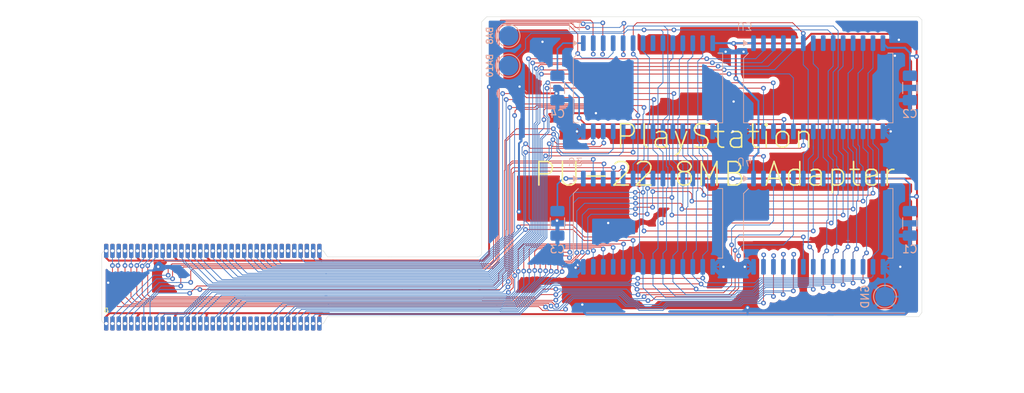
<source format=kicad_pcb>
(kicad_pcb (version 20240108) (generator "pcbnew") (generator_version "8.0")
  (layers (0 "F.Cu" signal) (31 "B.Cu" signal) (34 "B.Paste" user) (35 "F.Paste" user) (36 "B.SilkS" user "B.Silkscreen") (37 "F.SilkS" user "F.Silkscreen") (38 "B.Mask" user) (39 "F.Mask" user) (44 "Edge.Cuts" user))
  (net 0 "")
  (net 1 "VCC")
  (net 2 "GND")
  (net 3 "/D8")
  (net 4 "/D12")
  (net 6 "/D19")
  (net 7 "/D29")
  (net 9 "/D15")
  (net 10 "/D27")
  (net 11 "/D22")
  (net 12 "/D9")
  (net 14 "/D18")
  (net 15 "/D1")
  (net 16 "/A4")
  (net 17 "/A6")
  (net 18 "/~{CAS1}")
  (net 19 "/~{CAS3}")
  (net 20 "/D23")
  (net 21 "/D28")
  (net 22 "/~{WE}")
  (net 23 "/D6")
  (net 24 "/D25")
  (net 26 "/A9")
  (net 27 "/D5")
  (net 28 "/D21")
  (net 29 "/D7")
  (net 31 "/D16")
  (net 32 "/D4")
  (net 33 "/~{RAS}")
  (net 34 "/A5")
  (net 35 "/D13")
  (net 36 "/A3")
  (net 37 "/D2")
  (net 39 "/~{CAS4}")
  (net 40 "/A11")
  (net 41 "/D10")
  (net 43 "/~{CAS2}")
  (net 44 "/A2")
  (net 45 "/D31")
  (net 46 "/D26")
  (net 47 "/D20")
  (net 48 "/A0")
  (net 50 "/A1")
  (net 51 "/D0")
  (net 52 "/D11")
  (net 53 "/D3")
  (net 54 "/D17")
  (net 55 "/D24")
  (net 56 "/D30")
  (net 57 "/~{OE}")
  (net 58 "/A7")
  (net 60 "/D14")
  (net 63 "/A8")
  (net 64 "/A10")
  (footprint "PU22_mod:SOJ70_castellated" (layer "F.Cu") (at 72.36 84.2 90)
    (property "Reference" "J1" (hide yes))
    (property "Value" "MOBO")
  )
  (footprint "PU22_mod:SOP-28_DRAM" (layer "B.Cu") (at 154.94 65.702 -90)
    (property "Reference" "U4")
    (property "Value" "~")
  )
  (footprint "TestPoint:TestPoint_Pad_D2.5mm" (layer "B.Cu") (at 171.704 80.772 180)
    (property "Reference" "J4" (hide yes))
    (property "Value" "GND")
  )
  (footprint "Capacitor_SMD:C_1206_3216Metric_Pad1.33x1.80mm_HandSolder" (layer "B.Cu") (at 174.879 71.417 -90)
    (property "Reference" "C1")
    (property "Value" "100nF")
  )
  (footprint "TestPoint:TestPoint_Pad_D2.5mm" (layer "B.Cu") (at 123.698 47.498 -90)
    (property "Reference" "J2" (hide yes))
    (property "Value" "BA8")
  )
  (footprint "PU22_mod:SOP-28_DRAM" (layer "B.Cu") (at 133.223 48.43 -90)
    (property "Reference" "U1")
    (property "Value" "~")
  )
  (footprint "TestPoint:TestPoint_Pad_D2.5mm" (layer "B.Cu") (at 123.698 51.308 -90)
    (property "Reference" "J3" (hide yes))
    (property "Value" "BA10")
  )
  (footprint "PU22_mod:SOP-28_DRAM" (layer "B.Cu") (at 154.94 48.43 -90)
    (property "Reference" "U3")
    (property "Value" "~")
  )
  (footprint "PU22_mod:SOP-28_DRAM" (layer "B.Cu") (at 133.223 65.702 -90)
    (property "Reference" "U2")
    (property "Value" "~")
  )
  (footprint "Capacitor_SMD:C_1206_3216Metric_Pad1.33x1.80mm_HandSolder" (layer "B.Cu") (at 129.921 54.145 -90)
    (property "Reference" "C4")
    (property "Value" "100nF")
  )
  (footprint "Capacitor_SMD:C_1206_3216Metric_Pad1.33x1.80mm_HandSolder" (layer "B.Cu") (at 129.921 71.417 -90)
    (property "Reference" "C3")
    (property "Value" "100nF")
  )
  (footprint "Capacitor_SMD:C_1206_3216Metric_Pad1.33x1.80mm_HandSolder" (layer "B.Cu") (at 174.879 54.145 -90)
    (property "Reference" "C2")
    (property "Value" "100nF")
  )
  (gr_line (start 72.644 82.6135) (end 72.39 82.8675) (stroke (width 0.1)) (layer "F.SilkS"))
  (gr_line (start 72.517 82.6135) (end 72.644 82.6135) (stroke (width 0.1)) (layer "F.SilkS"))
  (gr_line (start 72.263 82.2325) (end 72.517 82.2325) (stroke (width 0.1)) (layer "F.SilkS"))
  (gr_line (start 72.136 82.6135) (end 72.263 82.6135) (stroke (width 0.1)) (layer "F.SilkS"))
  (gr_line (start 72.517 82.2325) (end 72.517 82.6135) (stroke (width 0.1)) (layer "F.SilkS"))
  (gr_line (start 72.39 82.8675) (end 72.136 82.6135) (stroke (width 0.1)) (layer "F.SilkS"))
  (gr_line (start 72.263 82.6135) (end 72.263 82.2325) (stroke (width 0.1)) (layer "F.SilkS"))
  (gr_arc (start 72.296 84.2) (mid 71.93679 84.05121) (end 71.788 83.692) (stroke (width 0.05)) (layer "Edge.Cuts"))
  (gr_line (start 100.076 84.2) (end 100.584 83.312) (stroke (width 0.05)) (layer "Edge.Cuts"))
  (gr_line (start 176.42479 82.79261) (end 176.42479 45.466) (stroke (width 0.05)) (layer "Edge.Cuts"))
  (gr_line (start 100.584 83.312) (end 108.458 83.312) (stroke (width 0.05)) (layer "Edge.Cuts"))
  (gr_line (start 72.296 74.93) (end 100.076 74.93) (stroke (width 0.05)) (layer "Edge.Cuts"))
  (gr_line (start 71.788 83.692) (end 71.788 75.438) (stroke (width 0.05)) (layer "Edge.Cuts"))
  (gr_line (start 100.584 75.692) (end 100.076 74.93) (stroke (width 0.05)) (layer "Edge.Cuts"))
  (gr_line (start 108.458 75.692) (end 119.73922 75.692) (stroke (width 0.05)) (layer "Edge.Cuts"))
  (gr_line (start 176.42479 82.79261) (end 176.022 83.312) (stroke (width 0.05)) (layer "Edge.Cuts"))
  (gr_line (start 120.24722 75.184) (end 120.24721 45.72) (stroke (width 0.05)) (layer "Edge.Cuts"))
  (gr_line (start 176.022 45.06321) (end 120.904 45.06321) (stroke (width 0.05)) (layer "Edge.Cuts"))
  (gr_line (start 100.584 75.692) (end 108.458 75.692) (stroke (width 0.05)) (layer "Edge.Cuts"))
  (gr_line (start 120.24721 45.72) (end 120.904 45.06321) (stroke (width 0.05)) (layer "Edge.Cuts"))
  (gr_line (start 72.296 84.2) (end 100.076 84.2) (stroke (width 0.05)) (layer "Edge.Cuts"))
  (gr_line (start 108.458 83.312) (end 176.022 83.312) (stroke (width 0.05)) (layer "Edge.Cuts"))
  (gr_arc (start 120.24722 75.184) (mid 120.098431 75.543217) (end 119.73922 75.692) (stroke (width 0.05)) (layer "Edge.Cuts"))
  (gr_line (start 176.42479 45.466) (end 176.022 45.06321) (stroke (width 0.05)) (layer "Edge.Cuts"))
  (gr_arc (start 71.788 75.438) (mid 71.93679 75.07879) (end 72.296 74.93) (stroke (width 0.05)) (layer "Edge.Cuts"))
  (gr_text "PlayStation\nPU-22 8MB Adapter" (at 149.987 62.738 0) (layer "F.SilkS") (effects (font (size 3 3) (thickness 0.2))))
  (segment (start 175.7934 65.7098) (end 175.7934 58.6232) (width 0.25) (layer "F.Cu") (net 1))
  (segment (start 175.7934 67.9958) (end 175.7934 65.7098) (width 0.25) (layer "F.Cu") (net 1))
  (segment (start 72.779801 82.8802) (end 76.6902 82.8802) (width 0.25) (layer "F.Cu") (net 1))
  (segment (start 81.16 83.1856) (end 81.4654 82.8802) (width 0.25) (layer "F.Cu") (net 1))
  (segment (start 152.4 48.4632) (end 161.0868 48.4632) (width 0.25) (layer "F.Cu") (net 1))
  (segment (start 175.7934 50.3174) (end 175.7934 50.203) (width 0.25) (layer "F.Cu") (net 1))
  (segment (start 175.73 48.222) (end 175.73 50.1396) (width 0.25) (layer "F.Cu") (net 1))
  (segment (start 152.2984 65.702) (end 131.0132 65.702) (width 0.25) (layer "F.Cu") (net 1))
  (segment (start 161.0868 48.4632) (end 162.306 47.244) (width 0.25) (layer "F.Cu") (net 1))
  (segment (start 99.9058 82.8802) (end 100.023264 82.997664) (width 0.25) (layer "F.Cu") (net 1))
  (segment (start 174.329736 82.997664) (end 175.7934 81.534) (width 0.25) (layer "F.Cu") (net 1))
  (segment (start 152.6794 48.8696) (end 152.6794 52.929589) (width 0.25) (layer "F.Cu") (net 1))
  (segment (start 175.7934 81.534) (end 175.7934 67.9958) (width 0.25) (layer "F.Cu") (net 1))
  (segment (start 76.36 84.2) (end 76.36 83.2104) (width 0.25) (layer "F.Cu") (net 1))
  (segment (start 99.56 83.226) (end 99.9058 82.8802) (width 0.25) (layer "F.Cu") (net 1))
  (segment (start 85.3516 82.8802) (end 99.9058 82.8802) (width 0.25) (layer "F.Cu") (net 1))
  (segment (start 81.16 84.2) (end 81.16 83.1856) (width 0.25) (layer "F.Cu") (net 1))
  (segment (start 72.36 83.300001) (end 72.779801 82.8802) (width 0.25) (layer "F.Cu") (net 1))
  (segment (start 81.4654 82.8802) (end 85.3516 82.8802) (width 0.25) (layer "F.Cu") (net 1))
  (segment (start 100.023264 82.997664) (end 174.329736 82.997664) (width 0.25) (layer "F.Cu") (net 1))
  (segment (start 174.752 47.244) (end 175.73 48.222) (width 0.25) (layer "F.Cu") (net 1))
  (segment (start 133.4674 58.766) (end 175.6506 58.766) (width 0.2) (layer "F.Cu") (net 1))
  (segment (start 152.4 48.4632) (end 152.4 48.5902) (width 0.25) (layer "F.Cu") (net 1))
  (segment (start 175.6506 58.766) (end 175.7934 58.6232) (width 0.2) (layer "F.Cu") (net 1))
  (segment (start 152.4 48.5902) (end 152.6794 48.8696) (width 0.25) (layer "F.Cu") (net 1))
  (segment (start 175.7934 58.6232) (end 175.7934 50.3174) (width 0.25) (layer "F.Cu") (net 1))
  (segment (start 175.7934 50.203) (end 175.73 50.1396) (width 0.25) (layer "F.Cu") (net 1))
  (segment (start 175.7856 65.702) (end 175.7934 65.7098) (width 0.25) (layer "F.Cu") (net 1))
  (segment (start 175.7934 67.9958) (end 175.73 67.9958) (width 0.25) (layer "F.Cu") (net 1))
  (segment (start 162.306 47.244) (end 174.752 47.244) (width 0.25) (layer "F.Cu") (net 1))
  (segment (start 76.36 83.2104) (end 76.6902 82.8802) (width 0.25) (layer "F.Cu") (net 1))
  (segment (start 76.6902 82.8802) (end 81.4654 82.8802) (width 0.25) (layer "F.Cu") (net 1))
  (segment (start 99.56 84.2) (end 99.56 83.226) (width 0.25) (layer "F.Cu") (net 1))
  (segment (start 132.6896 57.9882) (end 133.4674 58.766) (width 0.2) (layer "F.Cu") (net 1))
  (segment (start 85.16 84.2) (end 85.16 83.0718) (width 0.25) (layer "F.Cu") (net 1))
  (segment (start 85.16 83.0718) (end 85.3516 82.8802) (width 0.25) (layer "F.Cu") (net 1))
  (segment (start 72.36 84.2) (end 72.36 83.300001) (width 0.25) (layer "F.Cu") (net 1))
  (segment (start 152.2984 65.702) (end 175.7856 65.702) (width 0.25) (layer "F.Cu") (net 1))
  (via (at 152.4 48.4632) (size 0.6) (drill 0.3) (layers "F.Cu" "B.Cu") (net 1))
  (via (at 175.73 67.9958) (size 0.6) (drill 0.3) (layers "F.Cu" "B.Cu") (net 1))
  (via (at 152.6794 52.929589) (size 0.6) (drill 0.3) (layers "F.Cu" "B.Cu") (net 1))
  (via (at 175.73 50.1396) (size 0.6) (drill 0.3) (layers "F.Cu" "B.Cu") (net 1))
  (via (at 131.0132 65.702) (size 0.6) (drill 0.3) (layers "F.Cu" "B.Cu") (net 1))
  (via (at 132.6896 57.9882) (size 0.6) (drill 0.3) (layers "F.Cu" "B.Cu") (net 1))
  (via (at 152.2984 65.702) (size 0.6) (drill 0.3) (layers "F.Cu" "B.Cu") (net 1))
  (segment (start 174.879 52.5825) (end 174.879 50.292) (width 0.2) (layer "B.Cu") (net 1))
  (segment (start 129.921 49.149) (end 130.64 48.43) (width 0.2) (layer "B.Cu") (net 1))
  (segment (start 129.921 52.5825) (end 129.921 49.149) (width 0.2) (layer "B.Cu") (net 1))
  (segment (start 174.879 49.657) (end 174.244 49.022) (width 0.25) (layer "B.Cu") (net 1))
  (segment (start 174.16 65.702) (end 171.45 65.702) (width 0.2) (layer "B.Cu") (net 1))
  (segment (start 152.4 48.4632) (end 152.019 48.4632) (width 0.25) (layer "B.Cu") (net 1))
  (segment (start 155.565 62.3924) (end 154.94 63.0174) (width 0.25) (layer "B.Cu") (net 1))
  (segment (start 172.042 49.022) (end 171.45 48.43) (width 0.25) (layer "B.Cu") (net 1))
  (segment (start 155.565 55.815189) (end 155.565 62.3924) (width 0.25) (layer "B.Cu") (net 1))
  (segment (start 152.4 48.4632) (end 152.4332 48.43) (width 0.25) (layer "B.Cu") (net 1))
  (segment (start 129.921 66.421) (end 129.921 69.8545) (width 0.2) (layer "B.Cu") (net 1))
  (segment (start 175.6538 50.0634) (end 175.73 50.1396) (width 0.2) (layer "B.Cu") (net 1))
  (segment (start 152.6794 52.929589) (end 155.565 55.815189) (width 0.25) (layer "B.Cu") (net 1))
  (segment (start 131.0132 65.702) (end 130.64 65.702) (width 0.2) (layer "B.Cu") (net 1))
  (segment (start 151.9858 48.43) (end 149.733 48.43) (width 0.25) (layer "B.Cu") (net 1))
  (segment (start 174.879 66.421) (end 174.16 65.702) (width 0.2) (layer "B.Cu") (net 1))
  (segment (start 174.879 50.292) (end 174.879 50.0634) (width 0.2) (layer "B.Cu") (net 1))
  (segment (start 130.64 48.43) (end 133.223 48.43) (width 0.2) (layer "B.Cu") (net 1))
  (segment (start 129.921 52.5825) (end 132.6896 55.3511) (width 0.2) (layer "B.Cu") (net 1))
  (segment (start 174.879 50.0634) (end 174.879 49.784) (width 0.2) (layer "B.Cu") (net 1))
  (segment (start 133.223 65.702) (end 131.0132 65.702) (width 0.2) (layer "B.Cu") (net 1))
  (segment (start 174.244 49.022) (end 172.042 49.022) (width 0.25) (layer "B.Cu") (net 1))
  (segment (start 152.4332 48.43) (end 154.94 48.43) (width 0.25) (layer "B.Cu") (net 1))
  (segment (start 174.879 69.8545) (end 174.879 68.0466) (width 0.2) (layer "B.Cu") (net 1))
  (segment (start 132.6896 55.3511) (end 132.6896 57.9882) (width 0.2) (layer "B.Cu") (net 1))
  (segment (start 154.94 65.702) (end 149.733 65.702) (width 0.25) (layer "B.Cu") (net 1))
  (segment (start 154.94 63.0174) (end 154.94 65.702) (width 0.25) (layer "B.Cu") (net 1))
  (segment (start 130.64 65.702) (end 129.921 66.421) (width 0.2) (layer "B.Cu") (net 1))
  (segment (start 174.879 50.0634) (end 175.6538 50.0634) (width 0.2) (layer "B.Cu") (net 1))
  (segment (start 175.6792 68.0466) (end 175.73 67.9958) (width 0.2) (layer "B.Cu") (net 1))
  (segment (start 152.019 48.4632) (end 151.9858 48.43) (width 0.25) (layer "B.Cu") (net 1))
  (segment (start 174.879 68.0466) (end 174.879 66.421) (width 0.2) (layer "B.Cu") (net 1))
  (segment (start 174.879 68.0466) (end 175.6792 68.0466) (width 0.2) (layer "B.Cu") (net 1))
  (segment (start 174.879 49.784) (end 174.879 49.657) (width 0.25) (layer "B.Cu") (net 1))
  (segment (start 81.16 74.93) (end 81.16 75.829999) (width 0.25) (layer "F.Cu") (net 2))
  (segment (start 132.588 77.4192) (end 132.240309 77.071509) (width 0.25) (layer "F.Cu") (net 2))
  (segment (start 129.8702 71.078) (end 125.7134 71.078) (width 0.25) (layer "F.Cu") (net 2))
  (segment (start 154.178 79.756) (end 154.178 82.182421) (width 0.25) (layer "F.Cu") (net 2))
  (segment (start 173.4412 73.797) (end 154.9554 73.797) (width 0.25) (layer "F.Cu") (net 2))
  (segment (start 76.36 74.93) (end 76.36 75.829999) (width 0.25) (layer "F.Cu") (net 2))
  (segment (start 99.8296 76.1746) (end 101.2968 76.1746) (width 0.25) (layer "F.Cu") (net 2))
  (segment (start 172.4406 59.69) (end 152.2984 59.69) (width 0.25) (layer "F.Cu") (net 2))
  (segment (start 125.7134 71.078) (end 125.0188 70.3834) (width 0.25) (layer "F.Cu") (net 2))
  (segment (start 77.0712 76.1746) (end 79.248 76.1746) (width 0.25) (layer "F.Cu") (net 2))
  (segment (start 79.248 76.1746) (end 85.631 76.1746) (width 0.25) (layer "F.Cu") (net 2))
  (segment (start 173.6598 76.962) (end 173.6852 76.9366) (width 0.25) (layer "F.Cu") (net 2))
  (segment (start 125.095 53.975) (end 125.9586 54.8386) (width 0.25) (layer "F.Cu") (net 2))
  (segment (start 79.248 76.1746) (end 79.248 76.708) (width 0.25) (layer "F.Cu") (net 2))
  (segment (start 121.2088 75.4126) (end 121.2088 54.045579) (width 0.25) (layer "F.Cu") (net 2))
  (segment (start 131.572 58.166) (end 131.572 57.404) (width 0.25) (layer "F.Cu") (net 2))
  (segment (start 153.8224 74.93) (end 153.8224 76.962) (width 0.25) (layer "F.Cu") (net 2))
  (segment (start 125.095 53.975) (end 125.095 48.895) (width 0.25) (layer "F.Cu") (net 2))
  (segment (start 81.16 75.829999) (end 81.504601 76.1746) (width 0.25) (layer "F.Cu") (net 2))
  (segment (start 131.6128 57.3632) (end 134.8332 57.3632) (width 0.25) (layer "F.Cu") (net 2))
  (segment (start 132.4102 59.69) (end 152.2984 59.69) (width 0.25) (layer "F.Cu") (net 2))
  (segment (start 72.704601 76.1746) (end 77.0712 76.1746) (width 0.25) (layer "F.Cu") (net 2))
  (segment (start 85.16 74.93) (end 85.16 75.7036) (width 0.25) (layer "F.Cu") (net 2))
  (segment (start 99.56 74.93) (end 99.56 75.8542) (width 0.25) (layer "F.Cu") (net 2))
  (segment (start 125.476 48.514) (end 125.73 48.26) (width 0.25) (layer "F.Cu") (net 2))
  (segment (start 154.178 50.038) (end 153.67 49.53) (width 0.25) (layer "F.Cu") (net 2))
  (segment (start 101.2968 76.1746) (end 120.4468 76.1746) (width 0.25) (layer "F.Cu") (net 2))
  (segment (start 79.248 76.708) (end 78.994 76.962) (width 0.25) (layer "F.Cu") (net 2))
  (segment (start 125.9586 54.8386) (end 129.794 54.8386) (width 0.25) (layer "F.Cu") (net 2))
  (segment (start 72.36 74.93) (end 72.36 75.829999) (width 0.25) (layer "F.Cu") (net 2))
  (segment (start 172.974 50.038) (end 154.178 50.038) (width 0.25) (layer "F.Cu") (net 2))
  (segment (start 132.4102 59.69) (end 131.572 58.8518) (width 0.25) (layer "F.Cu") (net 2))
  (segment (start 99.8296 76.1238) (end 99.8296 76.1746) (width 0.25) (layer "F.Cu") (net 2))
  (segment (start 153.8224 76.962) (end 153.8224 79.4004) (width 0.25) (layer "F.Cu") (net 2))
  (segment (start 133.096 79.756) (end 132.588 79.248) (width 0.25) (layer "F.Cu") (net 2))
  (segment (start 153.924 79.502) (end 154.178 79.756) (width 0.25) (layer "F.Cu") (net 2))
  (segment (start 172.974 50.038) (end 172.974 48.514) (width 0.25) (layer "F.Cu") (net 2))
  (segment (start 85.631 76.1746) (end 99.8296 76.1746) (width 0.25) (layer "F.Cu") (net 2))
  (segment (start 121.2088 54.045579) (end 121.228579 54.0258) (width 0.25) (layer "F.Cu") (net 2))
  (segment (start 172.974 48.514) (end 173.482 48.006) (width 0.25) (layer "F.Cu") (net 2))
  (segment (start 120.4468 76.1746) (end 121.2088 75.4126) (width 0.25) (layer "F.Cu") (net 2))
  (segment (start 173.6852 74.041) (end 173.4412 73.797) (width 0.25) (layer "F.Cu") (net 2))
  (segment (start 99.56 75.8542) (end 99.8296 76.1238) (width 0.25) (layer "F.Cu") (net 2))
  (segment (start 132.240309 77.071509) (end 150.995091 77.071509) (width 0.2) (layer "F.Cu") (net 2))
  (segment (start 125.0188 70.3834) (end 125.0188 69.9262) (width 0.25) (layer "F.Cu") (net 2))
  (segment (start 76.36 75.829999) (end 76.704601 76.1746) (width 0.25) (layer "F.Cu") (net 2))
  (segment (start 131.572 57.404) (end 131.6128 57.3632) (width 0.25) (layer "F.Cu") (net 2))
  (segment (start 131.572 58.8518) (end 131.572 58.166) (width 0.25) (layer "F.Cu") (net 2))
  (segment (start 81.504601 76.1746) (end 82.1766 76.1746) (width 0.25) (layer "F.Cu") (net 2))
  (segment (start 150.995091 77.071509) (end 151.1046 76.962) (width 0.2) (layer "F.Cu") (net 2))
  (segment (start 153.8224 79.4004) (end 153.924 79.502) (width 0.25) (layer "F.Cu") (net 2))
  (segment (start 132.588 79.248) (end 132.588 77.4192) (width 0.25) (layer "F.Cu") (net 2))
  (segment (start 136.102 71.078) (end 136.398 71.374) (width 0.25) (layer "F.Cu") (net 2))
  (segment (start 129.8702 71.078) (end 136.102 71.078) (width 0.25) (layer "F.Cu") (net 2))
  (segment (start 134.874 57.404) (end 134.8332 57.3632) (width 0.25) (layer "F.Cu") (net 2))
  (segment (start 72.36 75.829999) (end 72.704601 76.1746) (width 0.25) (layer "F.Cu") (net 2))
  (segment (start 133.096 81.788) (end 133.096 79.756) (width 0.25) (layer "F.Cu") (net 2))
  (segment (start 173.6852 76.9366) (end 173.6852 74.041) (width 0.25) (layer "F.Cu") (net 2))
  (segment (start 154.9554 73.797) (end 153.8224 74.93) (width 0.25) (layer "F.Cu") (net 2))
  (segment (start 76.704601 76.1746) (end 77.0712 76.1746) (width 0.25) (layer "F.Cu") (net 2))
  (segment (start 85.16 75.7036) (end 85.631 76.1746) (width 0.25) (layer "F.Cu") (net 2))
  (segment (start 125.73 48.26) (end 128.016 48.26) (width 0.25) (layer "F.Cu") (net 2))
  (segment (start 125.095 48.895) (end 125.476 48.514) (width 0.25) (layer "F.Cu") (net 2))
  (via (at 129.794 54.8386) (size 0.6) (drill 0.3) (layers "F.Cu" "B.Cu") (net 2))
  (via (at 154.178 82.182421) (size 0.6) (drill 0.3) (layers "F.Cu" "B.Cu") (net 2))
  (via (at 132.240309 77.071509) (size 0.6) (drill 0.3) (layers "F.Cu" "B.Cu") (net 2))
  (via (at 125.0188 69.9262) (size 0.6) (drill 0.3) (layers "F.Cu" "B.Cu") (net 2))
  (via (at 78.994 76.962) (size 0.6) (drill 0.3) (layers "F.Cu" "B.Cu") (net 2))
  (via (at 172.4406 59.69) (size 0.6) (drill 0.3) (layers "F.Cu" "B.Cu") (net 2))
  (via (at 152.2984 59.69) (size 0.6) (drill 0.3) (layers "F.Cu" "B.Cu") (net 2))
  (via (at 72.61 78.994) (size 0.6) (drill 0.3) (layers "F.Cu" "B.Cu") (net 2))
  (via (at 151.384 49.53) (size 0.6) (drill 0.3) (layers "F.Cu" "B.Cu") (net 2))
  (via (at 151.1046 76.962) (size 0.6) (drill 0.3) (layers "F.Cu" "B.Cu") (net 2))
  (via (at 153.67 49.53) (size 0.6) (drill 0.3) (layers "F.Cu" "B.Cu") (net 2))
  (via (at 129.8702 71.078) (size 0.6) (drill 0.3) (layers "F.Cu" "B.Cu") (net 2))
  (via (at 134.8332 57.3632) (size 0.6) (drill 0.3) (layers "F.Cu" "B.Cu") (net 2))
  (via (at 136.398 71.374) (size 0.6) (drill 0.3) (layers "F.Cu" "B.Cu") (net 2))
  (via (at 121.228579 54.0258) (size 0.6) (drill 0.3) (layers "F.Cu" "B.Cu") (net 2))
  (via (at 132.4102 59.69) (size 0.6) (drill 0.3) (layers "F.Cu" "B.Cu") (net 2))
  (via (at 133.096 81.788) (size 0.6) (drill 0.3) (layers "F.Cu" "B.Cu") (net 2))
  (via (at 172.974 50.038) (size 0.6) (drill 0.3) (layers "F.Cu" "B.Cu") (net 2))
  (via (at 173.6598 76.962) (size 0.6) (drill 0.3) (layers "F.Cu" "B.Cu") (net 2))
  (via (at 152.4 55.88) (size 0.6) (drill 0.3) (layers "F.Cu" "B.Cu") (net 2))
  (via (at 173.482 48.006) (size 0.6) (drill 0.3) (layers "F.Cu" "B.Cu") (net 2))
  (via (at 125.095 53.975) (size 0.6) (drill 0.3) (layers "F.Cu" "B.Cu") (net 2))
  (via (at 128.016 48.26) (size 0.6) (drill 0.3) (layers "F.Cu" "B.Cu") (net 2))
  (via (at 153.8224 76.962) (size 0.6) (drill 0.3) (layers "F.Cu" "B.Cu") (net 2))
  (segment (start 77.761852 77.432148) (end 76.2 78.994) (width 0.25) (layer "B.Cu") (net 2))
  (segment (start 125.344358 60.904558) (end 125.0188 61.230116) (width 0.25) (layer "B.Cu") (net 2))
  (segment (start 130.556 76.962) (end 132.1308 76.962) (width 0.2) (layer "B.Cu") (net 2))
  (segment (start 129.794 55.5805) (end 129.921 55.7075) (width 0.25) (layer "B.Cu") (net 2))
  (segment (start 129.794 54.8386) (end 129.794 55.5805) (width 0.25) (layer "B.Cu") (net 2))
  (segment (start 174.879 72.9795) (end 174.879 75.438) (width 0.2) (layer "B.Cu") (net 2))
  (segment (start 174.879 58.801) (end 173.99 59.69) (width 0.2) (layer "B.Cu") (net 2))
  (segment (start 152.2984 59.69) (end 152.2984 55.9816) (width 0.25) (layer "B.Cu") (net 2))
  (segment (start 133.096 81.788) (end 133.096 82.55) (width 0.25) (layer "B.Cu") (net 2))
  (segment (start 174.879 55.7075) (end 172.2935 55.7075) (width 0.25) (layer "B.Cu") (net 2))
  (segment (start 153.67 49.53) (end 151.384 49.53) (width 0.25) (layer "B.Cu") (net 2))
  (segment (start 125.344358 54.224358) (end 125.344358 60.904558) (width 0.25) (layer "B.Cu") (net 2))
  (segment (start 165.1 83.058) (end 174.244 83.058) (width 0.25) (layer "B.Cu") (net 2))
  (segment (start 174.879 82.423) (end 174.879 80.772) (width 0.25) (layer "B.Cu") (net 2))
  (segment (start 174.244 83.058) (end 174.879 82.423) (width 0.25) (layer "B.Cu") (net 2))
  (segment (start 151.1046 76.962) (end 149.733 76.962) (width 0.25) (layer "B.Cu") (net 2))
  (segment (start 133.604 83.058) (end 133.096 82.55) (width 0.25) (layer "B.Cu") (net 2))
  (segment (start 129.921 72.9795) (end 129.921 76.327) (width 0.2) (layer "B.Cu") (net 2))
  (segment (start 129.921 72.9795) (end 129.921 71.1288) (width 0.2) (layer "B.Cu") (net 2))
  (segment (start 125.095 53.975) (end 125.344358 54.224358) (width 0.25) (layer "B.Cu") (net 2))
  (segment (start 129.921 76.327) (end 130.556 76.962) (width 0.2) (layer "B.Cu") (net 2))
  (segment (start 152.2984 55.9816) (end 152.4 55.88) (width 0.25) (layer "B.Cu") (net 2))
  (segment (start 165.1 83.058) (end 154.178 83.058) (width 0.25) (layer "B.Cu") (net 2))
  (segment (start 173.736 76.962) (end 173.6598 76.962) (width 0.2) (layer "B.Cu") (net 2))
  (segment (start 78.994 76.962) (end 78.523852 77.432148) (width 0.25) (layer "B.Cu") (net 2))
  (segment (start 174.879 55.7075) (end 174.879 58.801) (width 0.2) (layer "B.Cu") (net 2))
  (segment (start 174.879 75.438) (end 174.879 75.819) (width 0.2) (layer "B.Cu") (net 2))
  (segment (start 173.99 59.69) (end 171.45 59.69) (width 0.2) (layer "B.Cu") (net 2))
  (segment (start 121.228579 54.0258) (end 125.0442 54.0258) (width 0.25) (layer "B.Cu") (net 2))
  (segment (start 164.338 83.058) (end 165.1 83.058) (width 0.25) (layer "B.Cu") (net 2))
  (segment (start 154.94 59.69) (end 152.2984 59.69) (width 0.25) (layer "B.Cu") (net 2))
  (segment (start 174.879 75.819) (end 173.736 76.962) (width 0.2) (layer "B.Cu") (net 2))
  (segment (start 174.879 80.772) (end 174.879 75.438) (width 0.25) (layer "B.Cu") (net 2))
  (segment (start 154.94 76.962) (end 151.1046 76.962) (width 0.25) (layer "B.Cu") (net 2))
  (segment (start 132.1308 76.962) (end 133.223 76.962) (width 0.2) (layer "B.Cu") (net 2))
  (segment (start 172.212 55.626) (end 172.212 50.8) (width 0.25) (layer "B.Cu") (net 2))
  (segment (start 171.704 80.772) (end 174.879 80.772) (width 0.25) (layer "B.Cu") (net 2))
  (segment (start 76.2 78.994) (end 72.61 78.994) (width 0.25) (layer "B.Cu") (net 2))
  (segment (start 154.178 83.058) (end 133.604 83.058) (width 0.25) (layer "B.Cu") (net 2))
  (segment (start 172.212 50.8) (end 172.974 50.038) (width 0.25) (layer "B.Cu") (net 2))
  (segment (start 173.6598 76.962) (end 171.45 76.962) (width 0.2) (layer "B.Cu") (net 2))
  (segment (start 78.523852 77.432148) (end 77.761852 77.432148) (width 0.25) (layer "B.Cu") (net 2))
  (segment (start 125.0188 61.230116) (end 125.0188 69.9262) (width 0.25) (layer "B.Cu") (net 2))
  (segment (start 132.1308 76.962) (end 132.240309 77.071509) (width 0.2) (layer "B.Cu") (net 2))
  (segment (start 130.556 59.69) (end 133.223 59.69) (width 0.2) (layer "B.Cu") (net 2))
  (segment (start 154.178 82.182421) (end 154.178 83.058) (width 0.25) (layer "B.Cu") (net 2))
  (segment (start 152.2984 59.69) (end 149.733 59.69) (width 0.25) (layer "B.Cu") (net 2))
  (segment (start 172.2935 55.7075) (end 172.212 55.626) (width 0.25) (layer "B.Cu") (net 2))
  (segment (start 171.704 80.772) (end 171.704 77.216) (width 0.25) (layer "B.Cu") (net 2))
  (segment (start 129.921 71.1288) (end 129.8702 71.078) (width 0.2) (layer "B.Cu") (net 2))
  (segment (start 129.921 55.7075) (end 129.921 59.055) (width 0.2) (layer "B.Cu") (net 2))
  (segment (start 125.0442 54.0258) (end 125.095 53.975) (width 0.25) (layer "B.Cu") (net 2))
  (segment (start 171.704 77.216) (end 171.45 76.962) (width 0.25) (layer "B.Cu") (net 2))
  (segment (start 129.921 59.055) (end 130.556 59.69) (width 0.2) (layer "B.Cu") (net 2))
  (segment (start 134.493 63.257) (end 134.2754 63.4746) (width 0.1) (layer "F.Cu") (net 3))
  (segment (start 124.1552 63.4746) (end 123.6218 64.008) (width 0.1) (layer "F.Cu") (net 3))
  (segment (start 123.6218 64.008) (end 123.6218 78.8162) (width 0.1) (layer "F.Cu") (net 3))
  (segment (start 123.6218 78.8162) (end 123.638641 78.833041) (width 0.1) (layer "F.Cu") (net 3))
  (segment (start 134.2754 63.4746) (end 124.1552 63.4746) (width 0.1) (layer "F.Cu") (net 3))
  (via (at 134.493 63.257) (size 0.6) (drill 0.3) (layers "F.Cu" "B.Cu") (net 3))
  (via (at 123.638641 78.833041) (size 0.6) (drill 0.3) (layers "F.Cu" "B.Cu") (net 3))
  (segment (start 81.96 84.2) (end 81.96 83.689604) (width 0.1) (layer "B.Cu") (net 3))
  (segment (start 134.493 65.702) (end 134.493 64.702001) (width 0.1) (layer "B.Cu") (net 3))
  (segment (start 81.96 83.689604) (end 85.645604 80.004) (width 0.1) (layer "B.Cu") (net 3))
  (segment (start 85.645604 80.004) (end 122.467682 80.004) (width 0.1) (layer "B.Cu") (net 3))
  (segment (start 122.467682 80.004) (end 123.638641 78.833041) (width 0.1) (layer "B.Cu") (net 3))
  (segment (start 134.493 64.702001) (end 134.493 63.257) (width 0.1) (layer "B.Cu") (net 3))
  (segment (start 124.925751 74.743649) (end 125.6174 74.052) (width 0.1) (layer "F.Cu") (net 4))
  (segment (start 125.6174 74.052) (end 138.3538 74.052) (width 0.1) (layer "F.Cu") (net 4))
  (segment (start 124.925751 77.54593) (end 124.925751 74.743649) (width 0.1) (layer "F.Cu") (net 4))
  (via (at 138.3538 74.052) (size 0.6) (drill 0.3) (layers "F.Cu" "B.Cu") (net 4))
  (via (at 124.925751 77.54593) (size 0.6) (drill 0.3) (layers "F.Cu" "B.Cu") (net 4))
  (segment (start 123.321042 80.804) (end 123.39743 80.880388) (width 0.1) (layer "B.Cu") (net 4))
  (segment (start 138.303 74.1028) (end 138.303 76.962) (width 0.1) (layer "B.Cu") (net 4))
  (segment (start 85.96 84.2) (end 85.96 83.689604) (width 0.1) (layer "B.Cu") (net 4))
  (segment (start 123.39743 80.880388) (end 123.945212 80.880388) (width 0.1) (layer "B.Cu") (net 4))
  (segment (start 85.96 83.689604) (end 88.845604 80.804) (width 0.1) (layer "B.Cu") (net 4))
  (segment (start 124.925751 79.899849) (end 124.925751 77.54593) (width 0.1) (layer "B.Cu") (net 4))
  (segment (start 88.845604 80.804) (end 123.321042 80.804) (width 0.1) (layer "B.Cu") (net 4))
  (segment (start 138.3538 74.052) (end 138.303 74.1028) (width 0.1) (layer "B.Cu") (net 4))
  (segment (start 123.945212 80.880388) (end 124.925751 79.899849) (width 0.1) (layer "B.Cu") (net 4))
  (segment (start 151.157803 51.849997) (end 151.1808 51.827) (width 0.1) (layer "F.Cu") (net 6))
  (segment (start 127.916852 51.623476) (end 128.143373 51.849997) (width 0.1) (layer "F.Cu") (net 6))
  (segment (start 128.143373 51.849997) (end 151.157803 51.849997) (width 0.1) (layer "F.Cu") (net 6))
  (via (at 151.1808 51.827) (size 0.6) (drill 0.3) (layers "F.Cu" "B.Cu") (net 6))
  (via (at 127.916852 51.623476) (size 0.6) (drill 0.3) (layers "F.Cu" "B.Cu") (net 6))
  (segment (start 121.424629 78.4) (end 127.168 72.656629) (width 0.1) (layer "B.Cu") (net 6))
  (segment (start 85.96 74.93) (end 85.96 75.829999) (width 0.1) (layer "B.Cu") (net 6))
  (segment (start 88.530001 78.4) (end 121.424629 78.4) (width 0.1) (layer "B.Cu") (net 6))
  (segment (start 157.633999 51.816) (end 160.02 49.429999) (width 0.1) (layer "B.Cu") (net 6))
  (segment (start 151.1918 51.816) (end 157.633999 51.816) (width 0.1) (layer "B.Cu") (net 6))
  (segment (start 85.96 75.829999) (end 88.530001 78.4) (width 0.1) (layer "B.Cu") (net 6))
  (segment (start 151.1808 51.827) (end 151.1918 51.816) (width 0.1) (layer "B.Cu") (net 6))
  (segment (start 127.4318 52.108528) (end 127.916852 51.623476) (width 0.1) (layer "B.Cu") (net 6))
  (segment (start 160.02 49.429999) (end 160.02 48.43) (width 0.1) (layer "B.Cu") (net 6))
  (segment (start 127.4318 58.5626) (end 127.4318 52.108528) (width 0.1) (layer "B.Cu") (net 6))
  (segment (start 127.168 58.8264) (end 127.4318 58.5626) (width 0.1) (layer "B.Cu") (net 6))
  (segment (start 127.168 72.656629) (end 127.168 58.8264) (width 0.1) (layer "B.Cu") (net 6))
  (segment (start 158.7246 80.4844) (end 158.7246 75.3872) (width 0.1) (layer "F.Cu") (net 7))
  (segment (start 158.7246 75.3872) (end 158.75 75.3618) (width 0.1) (layer "F.Cu") (net 7))
  (segment (start 129.1082 81.9658) (end 128.784421 81.642021) (width 0.1) (layer "F.Cu") (net 7))
  (segment (start 74.76 80.7532) (end 74.76 76.8) (width 0.1) (layer "F.Cu") (net 7))
  (segment (start 75.648821 81.642021) (end 74.76 80.7532) (width 0.1) (layer "F.Cu") (net 7))
  (segment (start 128.784421 81.642021) (end 75.648821 81.642021) (width 0.1) (layer "F.Cu") (net 7))
  (via (at 129.1082 81.9658) (size 0.6) (drill 0.3) (layers "F.Cu" "B.Cu") (net 7))
  (via (at 158.75 75.3618) (size 0.6) (drill 0.3) (layers "F.Cu" "B.Cu") (net 7))
  (via (at 74.76 76.8) (size 0.6) (drill 0.3) (layers "F.Cu" "B.Cu") (net 7))
  (via (at 158.7246 80.4844) (size 0.6) (drill 0.3) (layers "F.Cu" "B.Cu") (net 7))
  (segment (start 143.307042 82.042) (end 143.796042 81.553) (width 0.1) (layer "B.Cu") (net 7))
  (segment (start 137.9252 80.61) (end 138.938 81.6228) (width 0.1) (layer "B.Cu") (net 7))
  (segment (start 130.020392 82.347098) (end 131.75749 80.61) (width 0.1) (layer "B.Cu") (net 7))
  (segment (start 143.796042 81.553) (end 153.178263 81.553) (width 0.1) (layer "B.Cu") (net 7))
  (segment (start 140.412068 82.042) (end 143.307042 82.042) (width 0.1) (layer "B.Cu") (net 7))
  (segment (start 129.489498 82.347098) (end 130.020392 82.347098) (width 0.1) (layer "B.Cu") (net 7))
  (segment (start 131.75749 80.61) (end 137.9252 80.61) (width 0.1) (layer "B.Cu") (net 7))
  (segment (start 158.75 75.3618) (end 158.75 76.962) (width 0.1) (layer "B.Cu") (net 7))
  (segment (start 153.178263 81.553) (end 153.498842 81.232421) (width 0.1) (layer "B.Cu") (net 7))
  (segment (start 156.405768 80.2344) (end 158.4746 80.2344) (width 0.1) (layer "B.Cu") (net 7))
  (segment (start 153.498842 81.232421) (end 155.407747 81.232421) (width 0.1) (layer "B.Cu") (net 7))
  (segment (start 158.4746 80.2344) (end 158.7246 80.4844) (width 0.1) (layer "B.Cu") (net 7))
  (segment (start 155.407747 81.232421) (end 156.405768 80.2344) (width 0.1) (layer "B.Cu") (net 7))
  (segment (start 129.1082 81.9658) (end 129.489498 82.347098) (width 0.1) (layer "B.Cu") (net 7))
  (segment (start 74.76 74.93) (end 74.76 76.8) (width 0.1) (layer "B.Cu") (net 7))
  (segment (start 138.938 81.6228) (end 139.992868 81.6228) (width 0.1) (layer "B.Cu") (net 7))
  (segment (start 139.992868 81.6228) (end 140.412068 82.042) (width 0.1) (layer "B.Cu") (net 7))
  (segment (start 127.021826 75.009774) (end 127.3796 74.652) (width 0.1) (layer "F.Cu") (net 9))
  (segment (start 134.2684 74.652) (end 134.5184 74.902) (width 0.1) (layer "F.Cu") (net 9))
  (segment (start 127.4064 74.652) (end 134.2684 74.652) (width 0.1) (layer "F.Cu") (net 9))
  (segment (start 127.3796 74.652) (end 127.4064 74.652) (width 0.1) (layer "F.Cu") (net 9))
  (segment (start 127.021826 77.427452) (end 127.021826 75.009774) (width 0.1) (layer "F.Cu") (net 9))
  (via (at 134.5184 74.902) (size 0.6) (drill 0.3) (layers "F.Cu" "B.Cu") (net 9))
  (via (at 127.021826 77.427452) (size 0.6) (drill 0.3) (layers "F.Cu" "B.Cu") (net 9))
  (segment (start 90.256001 81.404) (end 123.072513 81.404) (width 0.1) (layer "B.Cu") (net 9))
  (segment (start 134.5184 74.902) (end 134.493 74.9274) (width 0.1) (layer "B.Cu") (net 9))
  (segment (start 134.493 74.9274) (end 134.493 76.962) (width 0.1) (layer "B.Cu") (net 9))
  (segment (start 123.072513 81.404) (end 123.148901 81.480388) (width 0.1) (layer "B.Cu") (net 9))
  (segment (start 127.021826 78.794374) (end 127.021826 77.427452) (width 0.1) (layer "B.Cu") (net 9))
  (segment (start 124.335812 81.480388) (end 127.021826 78.794374) (width 0.1) (layer "B.Cu") (net 9))
  (segment (start 88.36 84.2) (end 88.36 83.300001) (width 0.1) (layer "B.Cu") (net 9))
  (segment (start 123.148901 81.480388) (end 124.335812 81.480388) (width 0.1) (layer "B.Cu") (net 9))
  (segment (start 88.36 83.300001) (end 90.256001 81.404) (width 0.1) (layer "B.Cu") (net 9))
  (segment (start 129.7178 81.206806) (end 129.682585 81.242021) (width 0.1) (layer "F.Cu") (net 10))
  (segment (start 129.682585 81.242021) (end 120.358021 81.242021) (width 0.1) (layer "F.Cu") (net 10))
  (segment (start 141.986 81.28) (end 142.494 80.772) (width 0.1) (layer "F.Cu") (net 10))
  (segment (start 76.260003 80.477961) (end 76.260003 76.8) (width 0.1) (layer "F.Cu") (net 10))
  (segment (start 120.358021 81.242021) (end 120.323 81.207) (width 0.1) (layer "F.Cu") (net 10))
  (segment (start 153.046 79.6942) (end 153.046 75.565) (width 0.1) (layer "F.Cu") (net 10))
  (segment (start 151.9682 80.772) (end 152.4381 80.3021) (width 0.1) (layer "F.Cu") (net 10))
  (segment (start 142.494 80.772) (end 151.9682 80.772) (width 0.1) (layer "F.Cu") (net 10))
  (segment (start 152.4381 80.3021) (end 153.046 79.6942) (width 0.1) (layer "F.Cu") (net 10))
  (segment (start 76.989042 81.207) (end 76.260003 80.477961) (width 0.1) (layer "F.Cu") (net 10))
  (segment (start 120.323 81.207) (end 76.989042 81.207) (width 0.1) (layer "F.Cu") (net 10))
  (segment (start 141.478 81.28) (end 141.986 81.28) (width 0.1) (layer "F.Cu") (net 10))
  (via (at 76.260003 76.8) (size 0.6) (drill 0.3) (layers "F.Cu" "B.Cu") (net 10))
  (via (at 129.7178 81.206806) (size 0.6) (drill 0.3) (layers "F.Cu" "B.Cu") (net 10))
  (via (at 153.046 75.565) (size 0.6) (drill 0.3) (layers "F.Cu" "B.Cu") (net 10))
  (via (at 141.478 81.28) (size 0.6) (drill 0.3) (layers "F.Cu" "B.Cu") (net 10))
  (segment (start 153.046 74.676) (end 153.046 75.565) (width 0.1) (layer "B.Cu") (net 10))
  (segment (start 140.158555 81.2228) (end 140.215755 81.28) (width 0.1) (layer "B.Cu") (net 10))
  (segment (start 139.105957 81.2228) (end 140.158555 81.2228) (width 0.1) (layer "B.Cu") (net 10))
  (segment (start 160.02 72.898) (end 158.75 74.168) (width 0.1) (layer "B.Cu") (net 10))
  (segment (start 153.554 74.168) (end 153.046 74.676) (width 0.1) (layer "B.Cu") (net 10))
  (segment (start 77.16 75.900003) (end 77.16 74.93) (width 0.1) (layer "B.Cu") (net 10))
  (segment (start 158.75 74.168) (end 153.554 74.168) (width 0.1) (layer "B.Cu") (net 10))
  (segment (start 129.7178 81.206806) (end 130.714606 80.21) (width 0.1) (layer "B.Cu") (net 10))
  (segment (start 138.415579 80.532421) (end 138.415579 80.532422) (width 0.1) (layer "B.Cu") (net 10))
  (segment (start 138.415579 80.532422) (end 139.105957 81.2228) (width 0.1) (layer "B.Cu") (net 10))
  (segment (start 140.215755 81.28) (end 141.478 81.28) (width 0.1) (layer "B.Cu") (net 10))
  (segment (start 130.714606 80.21) (end 138.093158 80.21) (width 0.1) (layer "B.Cu") (net 10))
  (segment (start 138.093158 80.21) (end 138.415579 80.532421) (width 0.1) (layer "B.Cu") (net 10))
  (segment (start 160.02 65.702) (end 160.02 72.898) (width 0.1) (layer "B.Cu") (net 10))
  (segment (start 76.260003 76.8) (end 77.16 75.900003) (width 0.1) (layer "B.Cu") (net 10))
  (segment (start 157.441789 53.479589) (end 157.4546 53.4924) (width 0.1) (layer "F.Cu") (net 11))
  (segment (start 128.694058 53.479589) (end 157.441789 53.479589) (width 0.1) (layer "F.Cu") (net 11))
  (via (at 128.694058 53.479589) (size 0.6) (drill 0.3) (layers "F.Cu" "B.Cu") (net 11))
  (via (at 157.4546 53.4924) (size 0.6) (drill 0.3) (layers "F.Cu" "B.Cu") (net 11))
  (segment (start 128.143 57.504202) (end 128.283399 57.644601) (width 0.1) (layer "B.Cu") (net 11))
  (segment (start 128.6438 59.7032) (end 127.768 60.579) (width 0.1) (layer "B.Cu") (net 11))
  (segment (start 85.930001 79) (end 82.76 75.829999) (width 0.1) (layer "B.Cu") (net 11))
  (segment (start 82.76 75.829999) (end 82.76 74.93) (width 0.1) (layer "B.Cu") (net 11))
  (segment (start 121.673158 79) (end 85.930001 79) (width 0.1) (layer "B.Cu") (net 11))
  (segment (start 128.143 53.8226) (end 128.143 57.504202) (width 0.1) (layer "B.Cu") (net 11))
  (segment (start 157.48 53.5178) (end 157.48 59.69) (width 0.1) (layer "B.Cu") (net 11))
  (segment (start 127.768 60.579) (end 127.768 72.905158) (width 0.1) (layer "B.Cu") (net 11))
  (segment (start 128.694058 53.479589) (end 128.486011 53.479589) (width 0.1) (layer "B.Cu") (net 11))
  (segment (start 127.768 72.905158) (end 121.673158 79) (width 0.1) (layer "B.Cu") (net 11))
  (segment (start 157.4546 53.4924) (end 157.48 53.5178) (width 0.1) (layer "B.Cu") (net 11))
  (segment (start 128.283399 57.644601) (end 128.6438 58.005003) (width 0.1) (layer "B.Cu") (net 11))
  (segment (start 128.486011 53.479589) (end 128.143 53.8226) (width 0.1) (layer "B.Cu") (net 11))
  (segment (start 128.6438 58.005003) (end 128.6438 59.7032) (width 0.1) (layer "B.Cu") (net 11))
  (segment (start 124.088641 79.096514) (end 123.652622 79.532533) (width 0.1) (layer "F.Cu") (net 12))
  (segment (start 123.8218 78.359) (end 124.088641 78.625841) (width 0.1) (layer "F.Cu") (net 12))
  (segment (start 123.852121 64.060521) (end 123.8218 64.090842) (width 0.1) (layer "F.Cu") (net 12))
  (segment (start 123.8218 64.090842) (end 123.8218 78.359) (width 0.1) (layer "F.Cu") (net 12))
  (segment (start 135.7414 63.707) (end 124.205642 63.707) (width 0.1) (layer "F.Cu") (net 12))
  (segment (start 124.088641 78.625841) (end 124.088641 79.096514) (width 0.1) (layer "F.Cu") (net 12))
  (segment (start 124.205642 63.707) (end 123.852121 64.060521) (width 0.1) (layer "F.Cu") (net 12))
  (segment (start 135.8646 63.8302) (end 135.7414 63.707) (width 0.1) (layer "F.Cu") (net 12))
  (segment (start 123.652622 79.532533) (end 123.61189 79.532533) (width 0.1) (layer "F.Cu") (net 12))
  (via (at 123.61189 79.532533) (size 0.6) (drill 0.3) (layers "F.Cu" "B.Cu") (net 12))
  (via (at 135.8646 63.8302) (size 0.6) (drill 0.3) (layers "F.Cu" "B.Cu") (net 12))
  (segment (start 122.940423 80.204) (end 123.61189 79.532533) (width 0.1) (layer "B.Cu") (net 12))
  (segment (start 135.763 65.702) (end 135.763 63.9318) (width 0.1) (layer "B.Cu") (net 12))
  (segment (start 82.76 83.300001) (end 85.856001 80.204) (width 0.1) (layer "B.Cu") (net 12))
  (segment (start 82.76 84.2) (end 82.76 83.300001) (width 0.1) (layer "B.Cu") (net 12))
  (segment (start 135.763 63.9318) (end 135.8646 63.8302) (width 0.1) (layer "B.Cu") (net 12))
  (segment (start 85.856001 80.204) (end 122.940423 80.204) (width 0.1) (layer "B.Cu") (net 12))
  (segment (start 127.722187 51.159413) (end 131.4958 51.159413) (width 0.1) (layer "F.Cu") (net 14))
  (segment (start 131.7458 51.409413) (end 150.386387 51.409413) (width 0.1) (layer "F.Cu") (net 14))
  (segment (start 150.386387 51.409413) (end 150.4188 51.377) (width 0.1) (layer "F.Cu") (net 14))
  (segment (start 131.4958 51.159413) (end 131.7458 51.409413) (width 0.1) (layer "F.Cu") (net 14))
  (segment (start 127.218 51.6636) (end 127.722187 51.159413) (width 0.1) (layer "F.Cu") (net 14))
  (via (at 150.4188 51.377) (size 0.6) (drill 0.3) (layers "F.Cu" "B.Cu") (net 14))
  (via (at 127.218 51.6636) (size 0.6) (drill 0.3) (layers "F.Cu" "B.Cu") (net 14))
  (segment (start 86.76 75.829999) (end 88.984 78.054) (width 0.1) (layer "B.Cu") (net 14))
  (segment (start 86.76 74.93) (end 86.76 75.829999) (width 0.1) (layer "B.Cu") (net 14))
  (segment (start 158.75 49.429999) (end 158.75 48.43) (width 0.1) (layer "B.Cu") (net 14))
  (segment (start 89.13 78.2) (end 121.341785 78.2) (width 0.1) (layer "B.Cu") (net 14))
  (segment (start 126.847843 72.693943) (end 126.968 72.573786) (width 0.1) (layer "B.Cu") (net 14))
  (segment (start 88.984 78.054) (end 89.13 78.2) (width 0.1) (layer "B.Cu") (net 14))
  (segment (start 127.218 58.458966) (end 127.218 51.6636) (width 0.1) (layer "B.Cu") (net 14))
  (segment (start 156.802999 51.377) (end 158.75 49.429999) (width 0.1) (layer "B.Cu") (net 14))
  (segment (start 150.4188 51.377) (end 156.802999 51.377) (width 0.1) (layer "B.Cu") (net 14))
  (segment (start 123.317 76.224785) (end 126.847843 72.693943) (width 0.1) (layer "B.Cu") (net 14))
  (segment (start 126.968 72.573786) (end 126.968 58.708966) (width 0.1) (layer "B.Cu") (net 14))
  (segment (start 121.341785 78.2) (end 123.317 76.224785) (width 0.1) (layer "B.Cu") (net 14))
  (segment (start 126.968 58.708966) (end 127.218 58.458966) (width 0.1) (layer "B.Cu") (net 14))
  (segment (start 122.0502 46.421115) (end 122.763315 45.708) (width 0.1) (layer "F.Cu") (net 15))
  (segment (start 132.9476 45.708) (end 133.1976 45.958) (width 0.1) (layer "F.Cu") (net 15))
  (segment (start 135.7122 45.847) (end 135.7122 49.8348) (width 0.1) (layer "F.Cu") (net 15))
  (segment (start 81.3162 76.781) (end 121.3898 76.781) (width 0.1) (layer "F.Cu") (net 15))
  (segment (start 121.3898 76.781) (end 122.0502 76.1206) (width 0.1) (layer "F.Cu") (net 15))
  (segment (start 122.763315 45.708) (end 132.9476 45.708) (width 0.1) (layer "F.Cu") (net 15))
  (segment (start 122.0502 76.1206) (end 122.0502 46.421115) (width 0.1) (layer "F.Cu") (net 15))
  (segment (start 80.828028 77.269172) (end 81.3162 76.781) (width 0.1) (layer "F.Cu") (net 15))
  (segment (start 80.828028 78.489071) (end 80.828028 77.269172) (width 0.1) (layer "F.Cu") (net 15))
  (segment (start 135.7122 49.8348) (end 135.6868 49.8602) (width 0.1) (layer "F.Cu") (net 15))
  (via (at 135.6868 49.8602) (size 0.6) (drill 0.3) (layers "F.Cu" "B.Cu") (net 15))
  (via (at 135.7122 45.847) (size 0.6) (drill 0.3) (layers "F.Cu" "B.Cu") (net 15))
  (via (at 133.1976 45.958) (size 0.6) (drill 0.3) (layers "F.Cu" "B.Cu") (net 15))
  (via (at 80.828028 78.489071) (size 0.6) (drill 0.3) (layers "F.Cu" "B.Cu") (net 15))
  (segment (start 133.3086 45.847) (end 135.7122 45.847) (width 0.1) (layer "B.Cu") (net 15))
  (segment (start 135.763 49.784) (end 135.763 48.43) (width 0.1) (layer "B.Cu") (net 15))
  (segment (start 133.1976 45.958) (end 133.3086 45.847) (width 0.1) (layer "B.Cu") (net 15))
  (segment (start 73.96 84.2) (end 73.96 83.300001) (width 0.1) (layer "B.Cu") (net 15))
  (segment (start 78.77093 78.489071) (end 80.828028 78.489071) (width 0.1) (layer "B.Cu") (net 15))
  (segment (start 135.6868 49.8602) (end 135.763 49.784) (width 0.1) (layer "B.Cu") (net 15))
  (segment (start 73.96 83.300001) (end 78.77093 78.489071) (width 0.1) (layer "B.Cu") (net 15))
  (segment (start 148.4376 78.4352) (end 148.463 78.4098) (width 0.1) (layer "F.Cu") (net 16))
  (segment (start 140.1826 78.4352) (end 148.4376 78.4352) (width 0.1) (layer "F.Cu") (net 16))
  (via (at 140.1826 78.4352) (size 0.6) (drill 0.3) (layers "F.Cu" "B.Cu") (net 16))
  (via (at 148.463 78.4098) (size 0.6) (drill 0.3) (layers "F.Cu" "B.Cu") (net 16))
  (segment (start 170.18 61.256) (end 170.9 61.976) (width 0.1) (layer "B.Cu") (net 16))
  (segment (start 129.046314 78.932328) (end 138.938 78.932328) (width 0.1) (layer "B.Cu") (net 16))
  (segment (start 170.18 75.523) (end 170.9 74.803) (width 0.1) (layer "B.Cu") (net 16))
  (segment (start 97.16 84.2) (end 97.16 83.300001) (width 0.1) (layer "B.Cu") (net 16))
  (segment (start 97.856001 82.604) (end 122.575455 82.604) (width 0.1) (layer "B.Cu") (net 16))
  (segment (start 169.9514 78.3844) (end 155.7528 78.3844) (width 0.1) (layer "B.Cu") (net 16))
  (segment (start 124.895296 82.680388) (end 127.819684 79.756) (width 0.1) (layer "B.Cu") (net 16))
  (segment (start 148.463 59.69) (end 148.463 62.018) (width 0.1) (layer "B.Cu") (net 16))
  (segment (start 170.18 78.1558) (end 169.9514 78.3844) (width 0.1) (layer "B.Cu") (net 16))
  (segment (start 148.463 76.962) (end 148.463 75.523) (width 0.1) (layer "B.Cu") (net 16))
  (segment (start 128.222642 79.756) (end 129.046314 78.932328) (width 0.1) (layer "B.Cu") (net 16))
  (segment (start 139.435128 78.4352) (end 140.1826 78.4352) (width 0.1) (layer "B.Cu") (net 16))
  (segment (start 170.18 76.962) (end 170.18 75.523) (width 0.1) (layer "B.Cu") (net 16))
  (segment (start 148.463 78.613) (end 148.463 78.4098) (width 0.1) (layer "B.Cu") (net 16))
  (segment (start 148.844 78.994) (end 148.463 78.613) (width 0.1) (layer "B.Cu") (net 16))
  (segment (start 155.1432 78.994) (end 148.844 78.994) (width 0.1) (layer "B.Cu") (net 16))
  (segment (start 149.098 62.653) (end 149.098 74.888) (width 0.1) (layer "B.Cu") (net 16))
  (segment (start 122.575455 82.604) (end 122.651843 82.680388) (width 0.1) (layer "B.Cu") (net 16))
  (segment (start 97.16 83.300001) (end 97.856001 82.604) (width 0.1) (layer "B.Cu") (net 16))
  (segment (start 170.18 76.962) (end 170.18 78.1558) (width 0.1) (layer "B.Cu") (net 16))
  (segment (start 148.463 76.962) (end 148.463 78.4098) (width 0.1) (layer "B.Cu") (net 16))
  (segment (start 170.9 74.803) (end 170.9 61.976) (width 0.1) (layer "B.Cu") (net 16))
  (segment (start 149.098 74.888) (end 149.077 74.909) (width 0.1) (layer "B.Cu") (net 16))
  (segment (start 127.819684 79.756) (end 128.222642 79.756) (width 0.1) (layer "B.Cu") (net 16))
  (segment (start 170.18 59.69) (end 170.18 61.256) (width 0.1) (layer "B.Cu") (net 16))
  (segment (start 148.463 62.018) (end 149.098 62.653) (width 0.1) (layer "B.Cu") (net 16))
  (segment (start 138.938 78.932328) (end 139.435128 78.4352) (width 0.1) (layer "B.Cu") (net 16))
  (segment (start 148.463 75.523) (end 149.077 74.909) (width 0.1) (layer "B.Cu") (net 16))
  (segment (start 122.651843 82.680388) (end 124.895296 82.680388) (width 0.1) (layer "B.Cu") (net 16))
  (segment (start 155.7528 78.3844) (end 155.1432 78.994) (width 0.1) (layer "B.Cu") (net 16))
  (segment (start 167.64 79.0344) (end 167.64 75.126) (width 0.1) (layer "F.Cu") (net 17))
  (segment (start 140.079617 79.831209) (end 140.116726 79.7941) (width 0.1) (layer "F.Cu") (net 17))
  (segment (start 140.116726 79.7941) (end 147.6121 79.7941) (width 0.1) (layer "F.Cu") (net 17))
  (segment (start 167.64 75.126) (end 168.09 74.676) (width 0.1) (layer "F.Cu") (net 17))
  (via (at 140.079617 79.831209) (size 0.6) (drill 0.3) (layers "F.Cu" "B.Cu") (net 17))
  (via (at 167.64 79.0344) (size 0.6) (drill 0.3) (layers "F.Cu" "B.Cu") (net 17))
  (via (at 168.09 74.676) (size 0.6) (drill 0.3) (layers "F.Cu" "B.Cu") (net 17))
  (via (at 147.6121 79.7941) (size 0.6) (drill 0.3) (layers "F.Cu" "B.Cu") (net 17))
  (segment (start 129.379472 79.332328) (end 139.580736 79.332328) (width 0.1) (layer "B.Cu") (net 17))
  (segment (start 98.76 83.300001) (end 99.010001 83.05) (width 0.1) (layer "B.Cu") (net 17))
  (segment (start 147.6121 79.7941) (end 147.828 80.01) (width 0.1) (layer "B.Cu") (net 17))
  (segment (start 146.558 69.284) (end 146.373 69.469) (width 0.1) (layer "B.Cu") (net 17))
  (segment (start 168.09 61.976) (end 167.64 61.526) (width 0.1) (layer "B.Cu") (net 17))
  (segment (start 145.923 75.253) (end 145.923 76.962) (width 0.1) (layer "B.Cu") (net 17))
  (segment (start 168.275 64.447) (end 168.09 64.262) (width 0.1) (layer "B.Cu") (net 17))
  (segment (start 146.373 69.469) (end 146.373 74.803) (width 0.1) (layer "B.Cu") (net 17))
  (segment (start 167.64 76.962) (end 167.64 75.126) (width 0.1) (layer "B.Cu") (net 17))
  (segment (start 145.923 59.69) (end 145.923 62.796) (width 0.1) (layer "B.Cu") (net 17))
  (segment (start 146.373 74.803) (end 145.923 75.253) (width 0.1) (layer "B.Cu") (net 17))
  (segment (start 154.7876 80.01) (end 156.0132 78.7844) (width 0.1) (layer "B.Cu") (net 17))
  (segment (start 145.923 62.796) (end 146.558 63.431) (width 0.1) (layer "B.Cu") (net 17))
  (segment (start 153.8478 80.01) (end 154.7876 80.01) (width 0.1) (layer "B.Cu") (net 17))
  (segment (start 167.39 78.7844) (end 167.64 79.0344) (width 0.1) (layer "B.Cu") (net 17))
  (segment (start 100.766388 83.080388) (end 125.149054 83.080388) (width 0.1) (layer "B.Cu") (net 17))
  (segment (start 168.09 64.262) (end 168.09 61.976) (width 0.1) (layer "B.Cu") (net 17))
  (segment (start 167.64 75.126) (end 168.09 74.676) (width 0.1) (layer "B.Cu") (net 17))
  (segment (start 168.09 74.676) (end 168.09 68.58) (width 0.1) (layer "B.Cu") (net 17))
  (segment (start 168.275 68.395) (end 168.275 64.447) (width 0.1) (layer "B.Cu") (net 17))
  (segment (start 145.923 78.105) (end 147.6121 79.7941) (width 0.1) (layer "B.Cu") (net 17))
  (segment (start 128.5558 80.156) (end 129.379472 79.332328) (width 0.1) (layer "B.Cu") (net 17))
  (segment (start 147.828 80.01) (end 153.8478 80.01) (width 0.1) (layer "B.Cu") (net 17))
  (segment (start 168.09 68.58) (end 168.275 68.395) (width 0.1) (layer "B.Cu") (net 17))
  (segment (start 125.149054 83.080388) (end 128.073442 80.156) (width 0.1) (layer "B.Cu") (net 17))
  (segment (start 156.0132 78.7844) (end 167.39 78.7844) (width 0.1) (layer "B.Cu") (net 17))
  (segment (start 98.76 84.2) (end 98.76 83.300001) (width 0.1) (layer "B.Cu") (net 17))
  (segment (start 145.923 76.962) (end 145.923 78.105) (width 0.1) (layer "B.Cu") (net 17))
  (segment (start 100.736 83.05) (end 100.766388 83.080388) (width 0.1) (layer "B.Cu") (net 17))
  (segment (start 99.010001 83.05) (end 100.736 83.05) (width 0.1) (layer "B.Cu") (net 17))
  (segment (start 146.558 63.431) (end 146.558 69.284) (width 0.1) (layer "B.Cu") (net 17))
  (segment (start 139.580736 79.332328) (end 140.079617 79.831209) (width 0.1) (layer "B.Cu") (net 17))
  (segment (start 128.073442 80.156) (end 128.5558 80.156) (width 0.1) (layer "B.Cu") (net 17))
  (segment (start 167.64 61.526) (end 167.64 59.69) (width 0.1) (layer "B.Cu") (net 17))
  (segment (start 125.868 62.357) (end 139.573 62.357) (width 0.1) (layer "F.Cu") (net 18))
  (via (at 139.573 62.357) (size 0.6) (drill 0.3) (layers "F.Cu" "B.Cu") (net 18))
  (via (at 125.868 62.357) (size 0.6) (drill 0.3) (layers "F.Cu" "B.Cu") (net 18))
  (segment (start 121.190629 77.502629) (end 121.093257 77.6) (width 0.1) (layer "B.Cu") (net 18))
  (segment (start 89.96 74.93) (end 89.96 75.829999) (width 0.1) (layer "B.Cu") (net 18))
  (segment (start 125.857 71.12) (end 126.365 71.628) (width 0.1) (layer "B.Cu") (net 18))
  (segment (start 139.573 62.357) (end 139.573 59.69) (width 0.1) (layer "B.Cu") (net 18))
  (segment (start 126.365 71.628) (end 126.365 72.328257) (width 0.1) (layer "B.Cu") (net 18))
  (segment (start 89.96 75.829999) (end 91.730001 77.6) (width 0.1) (layer "B.Cu") (net 18))
  (segment (start 125.868 62.357) (end 125.857 62.368) (width 0.1) (layer "B.Cu") (net 18))
  (segment (start 91.730001 77.6) (end 121.093258 77.6) (width 0.1) (layer "B.Cu") (net 18))
  (segment (start 125.857 62.368) (end 125.857 71.12) (width 0.1) (layer "B.Cu") (net 18))
  (segment (start 121.093258 77.6) (end 121.190629 77.502629) (width 0.1) (layer "B.Cu") (net 18))
  (segment (start 126.365 72.328257) (end 121.190629 77.502629) (width 0.1) (layer "B.Cu") (net 18))
  (segment (start 160.909 61.849) (end 161.29 61.468) (width 0.1) (layer "F.Cu") (net 19))
  (segment (start 128.1684 61.849) (end 160.909 61.849) (width 0.1) (layer "F.Cu") (net 19))
  (segment (start 126.4522 61.849) (end 125.868 61.2648) (width 0.1) (layer "F.Cu") (net 19))
  (segment (start 128.1684 61.849) (end 126.4522 61.849) (width 0.1) (layer "F.Cu") (net 19))
  (via (at 161.29 61.468) (size 0.6) (drill 0.3) (layers "F.Cu" "B.Cu") (net 19))
  (via (at 125.868 61.2648) (size 0.6) (drill 0.3) (layers "F.Cu" "B.Cu") (net 19))
  (segment (start 125.418 62.6038) (end 125.418 61.7148) (width 0.1) (layer "B.Cu") (net 19))
  (segment (start 125.657 62.8428) (end 125.418 62.6038) (width 0.1) (layer "B.Cu") (net 19))
  (segment (start 125.401343 72.100871) (end 125.401343 72.01912) (width 0.1) (layer "B.Cu") (net 19))
  (segment (start 92.930001 77.2) (end 120.302214 77.2) (width 0.1) (layer "B.Cu") (net 19))
  (segment (start 91.56 75.829999) (end 92.930001 77.2) (width 0.1) (layer "B.Cu") (net 19))
  (segment (start 125.401343 72.01912) (end 125.657 71.763463) (width 0.1) (layer "B.Cu") (net 19))
  (segment (start 120.302214 77.2) (end 125.401343 72.100871) (width 0.1) (layer "B.Cu") (net 19))
  (segment (start 91.56 74.93) (end 91.56 75.829999) (width 0.1) (layer "B.Cu") (net 19))
  (segment (start 161.29 61.468) (end 161.29 59.69) (width 0.1) (layer "B.Cu") (net 19))
  (segment (start 125.657 71.763463) (end 125.657 62.8428) (width 0.1) (layer "B.Cu") (net 19))
  (segment (start 125.418 61.7148) (end 125.868 61.2648) (width 0.1) (layer "B.Cu") (net 19))
  (segment (start 128.593 54.1782) (end 156.21 54.1782) (width 0.1) (layer "F.Cu") (net 20))
  (via (at 156.21 54.1782) (size 0.6) (drill 0.3) (layers "F.Cu" "B.Cu") (net 20))
  (via (at 128.593 54.1782) (size 0.6) (drill 0.3) (layers "F.Cu" "B.Cu") (net 20))
  (segment (start 122.8554 78.1006) (end 122.855401 78.1006) (width 0.1) (layer "B.Cu") (net 20))
  (segment (start 81.96 74.93) (end 81.96 75.829999) (width 0.1) (layer "B.Cu") (net 20))
  (segment (start 128.593 57.67136) (end 128.593 54.1782) (width 0.1) (layer "B.Cu") (net 20))
  (segment (start 128.8438 57.92216) (end 128.593 57.67136) (width 0.1) (layer "B.Cu") (net 20))
  (segment (start 85.330001 79.2) (end 121.756 79.2) (width 0.1) (layer "B.Cu") (net 20))
  (segment (start 127.968 60.661842) (end 127.969921 60.659921) (width 0.1) (layer "B.Cu") (net 20))
  (segment (start 121.756 79.2) (end 122.8554 78.1006) (width 0.1) (layer "B.Cu") (net 20))
  (segment (start 156.21 54.1782) (end 156.21 59.69) (width 0.1) (layer "B.Cu") (net 20))
  (segment (start 127.968 72.988001) (end 127.968 60.661842) (width 0.1) (layer "B.Cu") (net 20))
  (segment (start 127.969922 60.659921) (end 128.8438 59.786043) (width 0.1) (layer "B.Cu") (net 20))
  (segment (start 127.969921 60.659921) (end 127.969922 60.659921) (width 0.1) (layer "B.Cu") (net 20))
  (segment (start 122.855401 78.1006) (end 127.968 72.988001) (width 0.1) (layer "B.Cu") (net 20))
  (segment (start 128.8438 59.786043) (end 128.8438 57.92216) (width 0.1) (layer "B.Cu") (net 20))
  (segment (start 81.96 75.829999) (end 85.330001 79.2) (width 0.1) (layer "B.Cu") (net 20))
  (segment (start 129.675891 81.897094) (end 129.220818 81.442021) (width 0.1) (layer "F.Cu") (net 21))
  (segment (start 76.182221 81.442021) (end 75.5218 80.7816) (width 0.1) (layer "F.Cu") (net 21))
  (segment (start 160.02 80.0344) (end 160.02 75.4126) (width 0.1) (layer "F.Cu") (net 21))
  (segment (start 160.02 75.4126) (end 160.0708 75.3618) (width 0.1) (layer "F.Cu") (net 21))
  (segment (start 75.5218 80.7816) (end 75.5218 76.7996) (width 0.1) (layer "F.Cu") (net 21))
  (segment (start 129.220818 81.442021) (end 76.182221 81.442021) (width 0.1) (layer "F.Cu") (net 21))
  (segment (start 129.833998 81.897094) (end 129.675891 81.897094) (width 0.1) (layer "F.Cu") (net 21))
  (via (at 75.5218 76.7996) (size 0.6) (drill 0.3) (layers "F.Cu" "B.Cu") (net 21))
  (via (at 160.0708 75.3618) (size 0.6) (drill 0.3) (layers "F.Cu" "B.Cu") (net 21))
  (via (at 160.02 80.0344) (size 0.6) (drill 0.3) (layers "F.Cu" "B.Cu") (net 21))
  (via (at 129.833998 81.897094) (size 0.6) (drill 0.3) (layers "F.Cu" "B.Cu") (net 21))
  (segment (start 143.256 81.353) (end 153.095421 81.353) (width 0.1) (layer "B.Cu") (net 21))
  (segment (start 139.023114 81.4228) (end 140.075712 81.4228) (width 0.1) (layer "B.Cu") (net 21))
  (segment (start 155.643662 80.713662) (end 156.322925 80.0344) (width 0.1) (layer "B.Cu") (net 21))
  (segment (start 153.095421 81.353) (end 153.416 81.032421) (width 0.1) (layer "B.Cu") (net 21))
  (segment (start 156.322925 80.0344) (end 160.02 80.0344) (width 0.1) (layer "B.Cu") (net 21))
  (segment (start 153.416 81.032421) (end 155.324905 81.032421) (width 0.1) (layer "B.Cu") (net 21))
  (segment (start 155.324905 81.032421) (end 155.509263 80.848063) (width 0.1) (layer "B.Cu") (net 21))
  (segment (start 131.321092 80.41) (end 138.010316 80.41) (width 0.1) (layer "B.Cu") (net 21))
  (segment (start 138.332737 80.732423) (end 139.023114 81.4228) (width 0.1) (layer "B.Cu") (net 21))
  (segment (start 140.075712 81.4228) (end 140.440912 81.788) (width 0.1) (layer "B.Cu") (net 21))
  (segment (start 160.02 75.4126) (end 160.02 76.962) (width 0.1) (layer "B.Cu") (net 21))
  (segment (start 140.440912 81.788) (end 142.821 81.788) (width 0.1) (layer "B.Cu") (net 21))
  (segment (start 75.56 74.93) (end 75.56 76.7614) (width 0.1) (layer "B.Cu") (net 21))
  (segment (start 75.56 76.7614) (end 75.5218 76.7996) (width 0.1) (layer "B.Cu") (net 21))
  (segment (start 142.821 81.788) (end 143.256 81.353) (width 0.1) (layer "B.Cu") (net 21))
  (segment (start 129.833998 81.897094) (end 131.321092 80.41) (width 0.1) (layer "B.Cu") (net 21))
  (segment (start 138.010316 80.41) (end 138.332737 80.732421) (width 0.1) (layer "B.Cu") (net 21))
  (segment (start 155.509263 80.848063) (end 155.643662 80.713662) (width 0.1) (layer "B.Cu") (net 21))
  (segment (start 160.0708 75.3618) (end 160.02 75.4126) (width 0.1) (layer "B.Cu") (net 21))
  (segment (start 138.332737 80.732421) (end 138.332737 80.732423) (width 0.1) (layer "B.Cu") (net 21))
  (segment (start 127.254 56.8706) (end 127.5398 56.5848) (width 0.1) (layer "F.Cu") (net 22))
  (segment (start 159.9256 45.8216) (end 161.29 47.186) (width 0.1) (layer "F.Cu") (net 22))
  (segment (start 124.5108 57.0738) (end 124.5108 57.6072) (width 0.1) (layer "F.Cu") (net 22))
  (segment (start 140.081 45.8216) (end 159.9256 45.8216) (width 0.1) (layer "F.Cu") (net 22))
  (segment (start 124.714 56.8706) (end 124.5108 57.0738) (width 0.1) (layer "F.Cu") (net 22))
  (segment (start 128.0192 56.588) (end 139.446 56.588) (width 0.1) (layer "F.Cu") (net 22))
  (segment (start 128.016 56.5848) (end 128.0192 56.588) (width 0.1) (layer "F.Cu") (net 22))
  (segment (start 139.446 56.588) (end 140.193 57.335) (width 0.1) (layer "F.Cu") (net 22))
  (segment (start 127.5398 56.5848) (end 128.016 56.5848) (width 0.1) (layer "F.Cu") (net 22))
  (segment (start 140.193 57.335) (end 140.193 57.658) (width 0.1) (layer "F.Cu") (net 22))
  (segment (start 127.254 56.8706) (end 124.714 56.8706) (width 0.1) (layer "F.Cu") (net 22))
  (segment (start 139.5984 46.3042) (end 140.081 45.8216) (width 0.1) (layer "F.Cu") (net 22))
  (segment (start 139.5984 49.8348) (end 139.5984 46.3042) (width 0.1) (layer "F.Cu") (net 22))
  (segment (start 124.5108 57.6072) (end 124.46 57.658) (width 0.1) (layer "F.Cu") (net 22))
  (via (at 139.5984 49.8348) (size 0.6) (drill 0.3) (layers "F.Cu" "B.Cu") (net 22))
  (via (at 161.29 47.186) (size 0.6) (drill 0.3) (layers "F.Cu" "B.Cu") (net 22))
  (via (at 124.46 57.658) (size 0.6) (drill 0.3) (layers "F.Cu" "B.Cu") (net 22))
  (via (at 140.193 57.658) (size 0.6) (drill 0.3) (layers "F.Cu" "B.Cu") (net 22))
  (segment (start 139.573 63.866) (end 140.193 63.246) (width 0.1) (layer "B.Cu") (net 22))
  (segment (start 161.29 62.596) (end 161.91 61.976) (width 0.1) (layer "B.Cu") (net 22))
  (segment (start 139.573 49.8094) (end 139.5984 49.8348) (width 0.1) (layer "B.Cu") (net 22))
  (segment (start 93.16 75.829999) (end 94.130001 76.8) (width 0.1) (layer "B.Cu") (net 22))
  (segment (start 139.573 65.702) (end 139.573 63.866) (width 0.1) (layer "B.Cu") (net 22))
  (segment (start 94.130001 76.8) (end 120.136529 76.8) (width 0.1) (layer "B.Cu") (net 22))
  (segment (start 161.29 65.702) (end 161.29 62.596) (width 0.1) (layer "B.Cu") (net 22))
  (segment (start 124.46 72.476529) (end 124.46 57.658) (width 0.1) (layer "B.Cu") (net 22))
  (segment (start 161.29 47.186) (end 161.29 48.43) (width 0.1) (layer "B.Cu") (net 22))
  (segment (start 140.193 50.4294) (end 140.193 50.8) (width 0.1) (layer "B.Cu") (net 22))
  (segment (start 140.193 63.246) (end 140.193 57.658) (width 0.1) (layer "B.Cu") (net 22))
  (segment (start 120.136529 76.8) (end 120.185265 76.751265) (width 0.1) (layer "B.Cu") (net 22))
  (segment (start 139.573 48.43) (end 139.573 49.8094) (width 0.1) (layer "B.Cu") (net 22))
  (segment (start 93.16 74.93) (end 93.16 75.829999) (width 0.1) (layer "B.Cu") (net 22))
  (segment (start 161.91 61.976) (end 161.91 51.816) (width 0.1) (layer "B.Cu") (net 22))
  (segment (start 161.91 51.816) (end 161.29 51.196) (width 0.1) (layer "B.Cu") (net 22))
  (segment (start 120.185265 76.751265) (end 124.46 72.476529) (width 0.1) (layer "B.Cu") (net 22))
  (segment (start 161.29 51.196) (end 161.29 48.43) (width 0.1) (layer "B.Cu") (net 22))
  (segment (start 140.193 57.658) (end 140.193 50.8) (width 0.1) (layer "B.Cu") (net 22))
  (segment (start 139.5984 49.8348) (end 140.193 50.4294) (width 0.1) (layer "B.Cu") (net 22))
  (segment (start 135.382 61.6204) (end 135.8392 61.1632) (width 0.1) (layer "F.Cu") (net 23))
  (segment (start 128.8796 61.2648) (end 129.2352 61.6204) (width 0.1) (layer "F.Cu") (net 23))
  (segment (start 129.2352 61.6204) (end 135.382 61.6204) (width 0.1) (layer "F.Cu") (net 23))
  (via (at 135.8392 61.1632) (size 0.6) (drill 0.3) (layers "F.Cu" "B.Cu") (net 23))
  (via (at 128.8796 61.2648) (size 0.6) (drill 0.3) (layers "F.Cu" "B.Cu") (net 23))
  (segment (start 79.227401 82.8326) (end 82.246158 82.8326) (width 0.1) (layer "B.Cu") (net 23))
  (segment (start 78.76 83.300001) (end 79.227401 82.8326) (width 0.1) (layer "B.Cu") (net 23))
  (segment (start 128.7526 61.4426) (end 128.8796 61.3156) (width 0.1) (layer "B.Cu") (net 23))
  (segment (start 82.246158 82.8326) (end 85.478758 79.6) (width 0.1) (layer "B.Cu") (net 23))
  (segment (start 127.992321 73.560121) (end 128.250843 73.3016) (width 0.1) (layer "B.Cu") (net 23))
  (segment (start 78.76 84.2) (end 78.76 83.300001) (width 0.1) (layer "B.Cu") (net 23))
  (segment (start 121.952442 79.6) (end 127.992321 73.560121) (width 0.1) (layer "B.Cu") (net 23))
  (segment (start 128.868 61.558) (end 128.7526 61.4426) (width 0.1) (layer "B.Cu") (net 23))
  (segment (start 128.368 63.493397) (end 128.868 62.993397) (width 0.1) (layer "B.Cu") (net 23))
  (segment (start 135.8392 61.1632) (end 135.763 61.087) (width 0.1) (layer "B.Cu") (net 23))
  (segment (start 135.763 61.087) (end 135.763 59.69) (width 0.1) (layer "B.Cu") (net 23))
  (segment (start 128.368 73.184443) (end 128.368 63.493397) (width 0.1) (layer "B.Cu") (net 23))
  (segment (start 85.478758 79.6) (end 121.952442 79.6) (width 0.1) (layer "B.Cu") (net 23))
  (segment (start 128.868 62.993397) (end 128.868 61.558) (width 0.1) (layer "B.Cu") (net 23))
  (segment (start 128.8796 61.3156) (end 128.8796 61.2648) (width 0.1) (layer "B.Cu") (net 23))
  (segment (start 128.250843 73.3016) (end 128.368 73.184443) (width 0.1) (layer "B.Cu") (net 23))
  (segment (start 140.463535 80.264) (end 151.13 80.264) (width 0.1) (layer "F.Cu") (net 24))
  (segment (start 120.528252 80.8228) (end 120.512452 80.807) (width 0.1) (layer "F.Cu") (net 24))
  (segment (start 129.7178 79.8068) (end 128.1684 79.8068) (width 0.1) (layer "F.Cu") (net 24))
  (segment (start 77.946709 80.807) (end 77.657709 80.518) (width 0.1) (layer "F.Cu") (net 24))
  (segment (start 140.208242 80.519293) (end 140.463535 80.264) (width 0.1) (layer "F.Cu") (net 24))
  (segment (start 127.1524 80.8228) (end 120.528252 80.8228) (width 0.1) (layer "F.Cu") (net 24))
  (segment (start 120.512452 80.807) (end 77.946709 80.807) (width 0.1) (layer "F.Cu") (net 24))
  (segment (start 128.1684 79.8068) (end 127.1524 80.8228) (width 0.1) (layer "F.Cu") (net 24))
  (segment (start 77.657709 80.518) (end 77.657709 76.807148) (width 0.1) (layer "F.Cu") (net 24))
  (segment (start 152.146 79.248) (end 152.146 74.168) (width 0.1) (layer "F.Cu") (net 24))
  (segment (start 151.13 80.264) (end 152.146 79.248) (width 0.1) (layer "F.Cu") (net 24))
  (via (at 152.146 74.168) (size 0.6) (drill 0.3) (layers "F.Cu" "B.Cu") (net 24))
  (via (at 77.657709 76.807148) (size 0.6) (drill 0.3) (layers "F.Cu" "B.Cu") (net 24))
  (via (at 140.208242 80.519293) (size 0.6) (drill 0.3) (layers "F.Cu" "B.Cu") (net 24))
  (via (at 129.7178 79.8068) (size 0.6) (drill 0.3) (layers "F.Cu" "B.Cu") (net 24))
  (segment (start 157.48 71.12) (end 156.972 71.628) (width 0.1) (layer "B.Cu") (net 24))
  (segment (start 129.7178 79.8068) (end 138.7348 79.8068) (width 0.1) (layer "B.Cu") (net 24))
  (segment (start 78.76 75.704857) (end 78.76 74.93) (width 0.1) (layer "B.Cu") (net 24))
  (segment (start 139.447293 80.519293) (end 140.208242 80.519293) (width 0.1) (layer "B.Cu") (net 24))
  (segment (start 77.657709 76.807148) (end 78.76 75.704857) (width 0.1) (layer "B.Cu") (net 24))
  (segment (start 157.48 65.702) (end 157.48 71.12) (width 0.1) (layer "B.Cu") (net 24))
  (segment (start 156.972 71.628) (end 152.654 71.628) (width 0.1) (layer "B.Cu") (net 24))
  (segment (start 152.146 72.136) (end 152.146 74.168) (width 0.1) (layer "B.Cu") (net 24))
  (segment (start 152.654 71.628) (end 152.146 72.136) (width 0.1) (layer "B.Cu") (net 24))
  (segment (start 138.7348 79.8068) (end 139.447293 80.519293) (width 0.1) (layer "B.Cu") (net 24))
  (segment (start 163.83 75.38) (end 164.28 74.93) (width 0.1) (layer "F.Cu") (net 26))
  (segment (start 125.73 56.1848) (end 136.8044 56.1848) (width 0.1) (layer "F.Cu") (net 26))
  (segment (start 123.386 55.626) (end 125.1712 55.626) (width 0.1) (layer "F.Cu") (net 26))
  (segment (start 136.8044 56.1848) (end 137.3632 55.626) (width 0.1) (layer "F.Cu") (net 26))
  (segment (start 125.1712 55.626) (end 125.73 56.1848) (width 0.1) (layer "F.Cu") (net 26))
  (segment (start 163.83 79.6344) (end 163.83 75.38) (width 0.1) (layer "F.Cu") (net 26))
  (segment (start 137.3632 55.626) (end 142.24 55.626) (width 0.1) (layer "F.Cu") (net 26))
  (via (at 164.28 74.93) (size 0.6) (drill 0.3) (layers "F.Cu" "B.Cu") (net 26))
  (via (at 163.83 79.6344) (size 0.6) (drill 0.3) (layers "F.Cu" "B.Cu") (net 26))
  (via (at 123.386 55.626) (size 0.6) (drill 0.3) (layers "F.Cu" "B.Cu") (net 26))
  (via (at 142.24 55.626) (size 0.6) (drill 0.3) (layers "F.Cu" "B.Cu") (net 26))
  (segment (start 142.748 74.618) (end 142.113 75.253) (width 0.1) (layer "B.Cu") (net 26))
  (segment (start 142.24 55.626) (end 142.113 55.753) (width 0.1) (layer "B.Cu") (net 26))
  (segment (start 164.465 63.627) (end 163.83 62.992) (width 0.1) (layer "B.Cu") (net 26))
  (segment (start 153.162 80.61) (end 152.854 80.918) (width 0.1) (layer "B.Cu") (net 26))
  (segment (start 163.83 79.6344) (end 163.58 79.3844) (width 0.1) (layer "B.Cu") (net 26))
  (segment (start 155.5496 80.165842) (end 155.195721 80.519721) (width 0.1) (layer "B.Cu") (net 26))
  (segment (start 97.730001 76.4) (end 119.970843 76.4) (width 0.1) (layer "B.Cu") (net 26))
  (segment (start 163.58 79.3844) (end 156.407242 79.3844) (width 0.1) (layer "B.Cu") (net 26))
  (segment (start 156.407242 79.3844) (end 155.6258 80.165842) (width 0.1) (layer "B.Cu") (net 26))
  (segment (start 163.83 75.38) (end 164.28 74.93) (width 0.1) (layer "B.Cu") (net 26))
  (segment (start 142.113 75.253) (end 142.113 76.962) (width 0.1) (layer "B.Cu") (net 26))
  (segment (start 119.970843 76.4) (end 123.386 72.984843) (width 0.1) (layer "B.Cu") (net 26))
  (segment (start 142.113 62.034) (end 142.748 62.669) (width 0.1) (layer "B.Cu") (net 26))
  (segment (start 97.16 75.829999) (end 97.730001 76.4) (width 0.1) (layer "B.Cu") (net 26))
  (segment (start 164.465 70.935) (end 164.465 63.627) (width 0.1) (layer "B.Cu") (net 26))
  (segment (start 163.83 62.992) (end 163.83 59.69) (width 0.1) (layer "B.Cu") (net 26))
  (segment (start 164.28 74.93) (end 164.28 71.12) (width 0.1) (layer "B.Cu") (net 26))
  (segment (start 142.748 62.669) (end 142.748 74.618) (width 0.1) (layer "B.Cu") (net 26))
  (segment (start 142.113 55.753) (end 142.113 59.69) (width 0.1) (layer "B.Cu") (net 26))
  (segment (start 164.28 71.12) (end 164.465 70.935) (width 0.1) (layer "B.Cu") (net 26))
  (segment (start 142.113 59.69) (end 142.113 62.034) (width 0.1) (layer "B.Cu") (net 26))
  (segment (start 123.386 72.984843) (end 123.386 55.626) (width 0.1) (layer "B.Cu") (net 26))
  (segment (start 163.83 76.962) (end 163.83 75.38) (width 0.1) (layer "B.Cu") (net 26))
  (segment (start 155.6258 80.165842) (end 155.5496 80.165842) (width 0.1) (layer "B.Cu") (net 26))
  (segment (start 152.854 80.918) (end 143.7068 80.918) (width 0.1) (layer "B.Cu") (net 26))
  (segment (start 142.113 79.3242) (end 142.113 76.962) (width 0.1) (layer "B.Cu") (net 26))
  (segment (start 155.195721 80.519721) (end 155.105443 80.61) (width 0.1) (layer "B.Cu") (net 26))
  (segment (start 143.7068 80.918) (end 142.113 79.3242) (width 0.1) (layer "B.Cu") (net 26))
  (segment (start 155.105443 80.61) (end 153.162 80.61) (width 0.1) (layer "B.Cu") (net 26))
  (segment (start 97.16 74.93) (end 97.16 75.829999) (width 0.1) (layer "B.Cu") (net 26))
  (segment (start 122.428 77.724) (end 123.1678 76.9842) (width 0.1) (layer "F.Cu") (net 27))
  (segment (start 123.353379 60.691579) (end 124.694664 59.350294) (width 0.1) (layer "F.Cu") (net 27))
  (segment (start 123.2218 60.823157) (end 123.353378 60.691579) (width 0.1) (layer "F.Cu") (net 27))
  (segment (start 123.2218 64.643) (end 123.2218 60.823157) (width 0.1) (layer "F.Cu") (net 27))
  (segment (start 123.1678 76.9842) (end 123.1678 64.697) (width 0.1) (layer "F.Cu") (net 27))
  (segment (start 122.428 78.74) (end 122.428 77.724) (width 0.1) (layer "F.Cu") (net 27))
  (segment (start 123.353378 60.691579) (end 123.353379 60.691579) (width 0.1) (layer "F.Cu") (net 27))
  (segment (start 83.0148 80.3402) (end 83.9474 79.4076) (width 0.1) (layer "F.Cu") (net 27))
  (segment (start 123.1678 64.697) (end 123.2218 64.643) (width 0.1) (layer "F.Cu") (net 27))
  (segment (start 83.9474 79.4076) (end 121.7604 79.4076) (width 0.1) (layer "F.Cu") (net 27))
  (segment (start 121.7604 79.4076) (end 122.428 78.74) (width 0.1) (layer "F.Cu") (net 27))
  (segment (start 124.694664 59.350294) (end 129.398696 59.350294) (width 0.1) (layer "F.Cu") (net 27))
  (via (at 129.398696 59.350294) (size 0.6) (drill 0.3) (layers "F.Cu" "B.Cu") (net 27))
  (via (at 83.0148 80.3402) (size 0.6) (drill 0.3) (layers "F.Cu" "B.Cu") (net 27))
  (segment (start 78.1469 81.194899) (end 78.1469 81.1949) (width 0.1) (layer "B.Cu") (net 27))
  (segment (start 137.033 61.9252) (end 136.7282 62.23) (width 0.1) (layer "B.Cu") (net 27))
  (segment (start 130.0702 60.021798) (end 129.398696 59.350294) (width 0.1) (layer "B.Cu") (net 27))
  (segment (start 83.0148 80.3402) (end 82.9894 80.3148) (width 0.1) (layer "B.Cu") (net 27))
  (segment (start 79.027 80.3148) (end 78.6549 80.6869) (width 0.1) (layer "B.Cu") (net 27))
  (segment (start 78.6549 80.6869) (end 78.1469 81.194899) (width 0.1) (layer "B.Cu") (net 27))
  (segment (start 136.7282 62.23) (end 136.4234 62.5348) (width 0.1) (layer "B.Cu") (net 27))
  (segment (start 130.0702 61.9474) (end 130.0702 60.6298) (width 0.1) (layer "B.Cu") (net 27))
  (segment (start 130.6576 62.5348) (end 130.0702 61.9474) (width 0.1) (layer "B.Cu") (net 27))
  (segment (start 78.1469 81.1949) (end 77.96 81.3818) (width 0.1) (layer "B.Cu") (net 27))
  (segment (start 130.9116 62.5348) (end 130.6576 62.5348) (width 0.1) (layer "B.Cu") (net 27))
  (segment (start 82.9894 80.3148) (end 79.027 80.3148) (width 0.1) (layer "B.Cu") (net 27))
  (segment (start 77.96 81.3818) (end 77.96 84.2) (width 0.1) (layer "B.Cu") (net 27))
  (segment (start 137.033 59.69) (end 137.033 61.9252) (width 0.1) (layer "B.Cu") (net 27))
  (segment (start 136.4234 62.5348) (end 130.9116 62.5348) (width 0.1) (layer "B.Cu") (net 27))
  (segment (start 130.0702 60.6298) (end 130.0702 60.021798) (width 0.1) (layer "B.Cu") (net 27))
  (segment (start 139.192 57.404) (end 139.192 57.9374) (width 0.1) (layer "F.Cu") (net 28))
  (segment (start 128.1938 58.1914) (end 128.1938 56.9722) (width 0.1) (layer "F.Cu") (net 28))
  (segment (start 158.8008 58.1914) (end 158.8262 58.166) (width 0.1) (layer "F.Cu") (net 28))
  (segment (start 139.446 58.1914) (end 158.8008 58.1914) (width 0.1) (layer "F.Cu") (net 28))
  (segment (start 128.378 56.788) (end 138.576 56.788) (width 0.1) (layer "F.Cu") (net 28))
  (segment (start 139.192 57.9374) (end 139.446 58.1914) (width 0.1) (layer "F.Cu") (net 28))
  (segment (start 128.1938 56.9722) (end 128.378 56.788) (width 0.1) (layer "F.Cu") (net 28))
  (segment (start 138.576 56.788) (end 139.192 57.404) (width 0.1) (layer "F.Cu") (net 28))
  (via (at 128.1938 58.1914) (size 0.6) (drill 0.3) (layers "F.Cu" "B.Cu") (net 28))
  (via (at 158.8262 58.166) (size 0.6) (drill 0.3) (layers "F.Cu" "B.Cu") (net 28))
  (segment (start 121.590314 78.8) (end 122.521757 77.868557) (width 0.1) (layer "B.Cu") (net 28))
  (segment (start 158.8262 58.166) (end 158.75 58.2422) (width 0.1) (layer "B.Cu") (net 28))
  (segment (start 127.568 59.8932) (end 128.1938 59.2674) (width 0.1) (layer "B.Cu") (net 28))
  (segment (start 122.521758 77.868557) (end 127.568 72.822315) (width 0.1) (layer "B.Cu") (net 28))
  (segment (start 127.568 72.822315) (end 127.568 59.8932) (width 0.1) (layer "B.Cu") (net 28))
  (segment (start 158.75 58.2422) (end 158.75 59.69) (width 0.1) (layer "B.Cu") (net 28))
  (segment (start 86.530001 78.8) (end 121.590314 78.8) (width 0.1) (layer "B.Cu") (net 28))
  (segment (start 83.56 75.829999) (end 86.530001 78.8) (width 0.1) (layer "B.Cu") (net 28))
  (segment (start 128.1938 59.2674) (end 128.1938 58.1914) (width 0.1) (layer "B.Cu") (net 28))
  (segment (start 83.56 74.93) (end 83.56 75.829999) (width 0.1) (layer "B.Cu") (net 28))
  (segment (start 122.521757 77.868557) (end 122.521758 77.868557) (width 0.1) (layer "B.Cu") (net 28))
  (segment (start 134.3732 61.2902) (end 134.493 61.1704) (width 0.1) (layer "F.Cu") (net 29))
  (segment (start 129.8702 61.2902) (end 134.3732 61.2902) (width 0.1) (layer "F.Cu") (net 29))
  (segment (start 129.348769 60.745297) (end 129.436472 60.833) (width 0.1) (layer "F.Cu") (net 29))
  (segment (start 129.348769 60.745297) (end 129.348769 60.768769) (width 0.1) (layer "F.Cu") (net 29))
  (segment (start 129.348769 60.768769) (end 129.8702 61.2902) (width 0.1) (layer "F.Cu") (net 29))
  (via (at 129.348769 60.745297) (size 0.6) (drill 0.3) (layers "F.Cu" "B.Cu") (net 29))
  (via (at 134.493 61.1704) (size 0.6) (drill 0.3) (layers "F.Cu" "B.Cu") (net 29))
  (segment (start 79.5923 83.2677) (end 79.8209 83.0391) (width 0.1) (layer "B.Cu") (net 29))
  (segment (start 85.562761 79.804) (end 122.031284 79.804) (width 0.1) (layer "B.Cu") (net 29))
  (segment (start 128.5748 63.569439) (end 129.159 62.985239) (width 0.1) (layer "B.Cu") (net 29))
  (segment (start 129.3296 61.526) (end 129.3296 60.764466) (width 0.1) (layer "B.Cu") (net 29))
  (segment (start 122.031284 79.804) (end 128.5748 73.260484) (width 0.1) (layer "B.Cu") (net 29))
  (segment (start 134.493 61.1704) (end 134.493 59.69) (width 0.1) (layer "B.Cu") (net 29))
  (segment (start 79.5923 83.2677) (end 79.5923 84.1677) (width 0.1) (layer "B.Cu") (net 29))
  (segment (start 79.5923 83.2677) (end 79.56 83.300001) (width 0.1) (layer "B.Cu") (net 29))
  (segment (start 129.159 62.985239) (end 129.159 61.6966) (width 0.1) (layer "B.Cu") (net 29))
  (segment (start 79.827401 83.0326) (end 82.329 83.0326) (width 0.1) (layer "B.Cu") (net 29))
  (segment (start 84.950361 80.4164) (end 85.562761 79.804) (width 0.1) (layer "B.Cu") (net 29))
  (segment (start 84.9452 80.4164) (end 84.950361 80.4164) (width 0.1) (layer "B.Cu") (net 29))
  (segment (start 129.159 61.6966) (end 129.3296 61.526) (width 0.1) (layer "B.Cu") (net 29))
  (segment (start 82.329 83.0326) (end 84.9452 80.4164) (width 0.1) (layer "B.Cu") (net 29))
  (segment (start 79.56 83.300001) (end 79.56 84.2) (width 0.1) (layer "B.Cu") (net 29))
  (segment (start 79.56 83.300001) (end 79.827401 83.0326) (width 0.1) (layer "B.Cu") (net 29))
  (segment (start 129.3296 60.764466) (end 129.348769 60.745297) (width 0.1) (layer "B.Cu") (net 29))
  (segment (start 128.5748 73.260484) (end 128.5748 63.569439) (width 0.1) (layer "B.Cu") (net 29))
  (segment (start 148.971 50.419) (end 126.238 50.419) (width 0.1) (layer "F.Cu") (net 31))
  (via (at 148.971 50.419) (size 0.6) (drill 0.3) (layers "F.Cu" "B.Cu") (net 31))
  (via (at 126.238 50.419) (size 0.6) (drill 0.3) (layers "F.Cu" "B.Cu") (net 31))
  (segment (start 156.21 49.429999) (end 155.220999 50.419) (width 0.1) (layer "B.Cu") (net 31))
  (segment (start 88.36 75.829999) (end 90.330001 77.8) (width 0.1) (layer "B.Cu") (net 31))
  (segment (start 126.565 71.066) (end 126.318 70.819) (width 0.1) (layer "B.Cu") (net 31))
  (segment (start 126.565 72.4111) (end 126.565 71.066) (width 0.1) (layer "B.Cu") (net 31))
  (segment (start 92.108 77.8) (end 100.363 77.8) (width 0.1) (layer "B.Cu") (net 31))
  (segment (start 90.330001 77.8) (end 92.108 77.8) (width 0.1) (layer "B.Cu") (net 31))
  (segment (start 121.1761 77.8) (end 126.565 72.4111) (width 0.1) (layer "B.Cu") (net 31))
  (segment (start 100.363 77.8) (end 100.49 77.8) (width 0.1) (layer "B.Cu") (net 31))
  (segment (start 155.220999 50.419) (end 148.971 50.419) (width 0.1) (layer "B.Cu") (net 31))
  (segment (start 100.363 77.8) (end 121.1761 77.8) (width 0.1) (layer "B.Cu") (net 31))
  (segment (start 126.318 70.819) (end 126.318 50.499) (width 0.1) (layer "B.Cu") (net 31))
  (segment (start 126.318 50.499) (end 126.238 50.419) (width 0.1) (layer "B.Cu") (net 31))
  (segment (start 156.21 48.43) (end 156.21 49.429999) (width 0.1) (layer "B.Cu") (net 31))
  (segment (start 88.36 74.93) (end 88.36 75.829999) (width 0.1) (layer "B.Cu") (net 31))
  (segment (start 123.3678 72.293648) (end 123.3678 75.692) (width 0.1) (layer "F.Cu") (net 32))
  (segment (start 129.3876 60.089375) (end 124.238425 60.089375) (width 0.1) (layer "F.Cu") (net 32))
  (segment (start 119.888 79.8576) (end 120.1166 79.8576) (width 0.1) (layer "F.Cu") (net 32))
  (segment (start 123.3678 75.692) (end 123.3678 77.5462) (width 0.1) (layer "F.Cu") (net 32))
  (segment (start 123.4218 60.906) (end 123.4218 72.239648) (width 0.1) (layer "F.Cu") (net 32))
  (segment (start 123.3678 75.692) (end 123.3678 76.6064) (width 0.1) (layer "F.Cu") (net 32))
  (segment (start 123.4218 72.239648) (end 123.3678 72.293648) (width 0.1) (layer "F.Cu") (net 32))
  (segment (start 122.936 79.502) (end 122.5804 79.8576) (width 0.1) (layer "F.Cu") (net 32))
  (segment (start 110.1166 79.8576) (end 119.888 79.8576) (width 0.1) (layer "F.Cu") (net 32))
  (segment (start 122.5804 79.8576) (end 119.888 79.8576) (width 0.1) (layer "F.Cu") (net 32))
  (segment (start 122.936 77.978) (end 122.936 79.502) (width 0.1) (layer "F.Cu") (net 32))
  (segment (start 124.238425 60.089375) (end 123.4218 60.906) (width 0.1) (layer "F.Cu") (net 32))
  (segment (start 123.3678 77.5462) (end 122.936 77.978) (width 0.1) (layer "F.Cu") (net 32))
  (segment (start 129.427265 60.04971) (end 129.3876 60.089375) (width 0.1) (layer "F.Cu") (net 32))
  (segment (start 84.3102 79.8576) (end 110.1166 79.8576) (width 0.1) (layer "F.Cu") (net 32))
  (via (at 84.3102 79.8576) (size 0.6) (drill 0.3) (layers "F.Cu" "B.Cu") (net 32))
  (via (at 129.427265 60.04971) (size 0.6) (drill 0.3) (layers "F.Cu" "B.Cu") (net 32))
  (segment (start 138.303 62.23) (end 138.303 59.69) (width 0.1) (layer "B.Cu") (net 32))
  (segment (start 79.194157 79.8648) (end 84.303 79.8648) (width 0.1) (layer "B.Cu") (net 32))
  (segment (start 129.8702 60.579) (end 129.8702 62.1792) (width 0.1) (layer "B.Cu") (net 32))
  (segment (start 129.8702 62.1792) (end 130.4544 62.7634) (width 0.1) (layer "B.Cu") (net 32))
  (segment (start 137.7696 62.7634) (end 138.303 62.23) (width 0.1) (layer "B.Cu") (net 32))
  (segment (start 77.16 84.2) (end 77.16 81.898957) (width 0.1) (layer "B.Cu") (net 32))
  (segment (start 129.7432 60.365645) (end 129.7432 60.452) (width 0.1) (layer "B.Cu") (net 32))
  (segment (start 129.427265 60.04971) (end 129.7432 60.365645) (width 0.1) (layer "B.Cu") (net 32))
  (segment (start 77.16 81.898957) (end 79.194157 79.8648) (width 0.1) (layer "B.Cu") (net 32))
  (segment (start 84.303 79.8648) (end 84.3102 79.8576) (width 0.1) (layer "B.Cu") (net 32))
  (segment (start 129.7432 60.452) (end 129.8702 60.579) (width 0.1) (layer "B.Cu") (net 32))
  (segment (start 130.4544 62.7634) (end 137.7696 62.7634) (width 0.1) (layer "B.Cu") (net 32))
  (segment (start 127.721435 75.376965) (end 127.9906 75.1078) (width 0.1) (layer "F.Cu") (net 33))
  (segment (start 127.9906 75.1078) (end 131.4958 75.1078) (width 0.1) (layer "F.Cu") (net 33))
  (segment (start 140.97 72.39) (end 162.56 72.39) (width 0.1) (layer "F.Cu") (net 33))
  (segment (start 139.8524 67.4624) (end 140.843 67.4624) (width 0.1) (layer "F.Cu") (net 33))
  (segment (start 127.721435 77.450903) (end 127.721435 75.376965) (width 0.1) (layer "F.Cu") (net 33))
  (via (at 162.56 72.39) (size 0.6) (drill 0.3) (layers "F.Cu" "B.Cu") (net 33))
  (via (at 140.843 67.4624) (size 0.6) (drill 0.3) (layers "F.Cu" "B.Cu") (net 33))
  (via (at 127.721435 77.450903) (size 0.6) (drill 0.3) (layers "F.Cu" "B.Cu") (net 33))
  (via (at 140.97 72.39) (size 0.6) (drill 0.3) (layers "F.Cu" "B.Cu") (net 33))
  (via (at 131.4958 75.1078) (size 0.6) (drill 0.3) (layers "F.Cu" "B.Cu") (net 33))
  (via (at 139.8524 67.4624) (size 0.6) (drill 0.3) (layers "F.Cu" "B.Cu") (net 33))
  (segment (start 141.663 58.616) (end 141.478 58.801) (width 0.1) (layer "B.Cu") (net 33))
  (segment (start 122.98967 81.604) (end 123.066058 81.680388) (width 0.1) (layer "B.Cu") (net 33))
  (segment (start 140.843 49.472) (end 141.663 50.292) (width 0.1) (layer "B.Cu") (net 33))
  (segment (start 162.56 51.054) (end 162.56 48.43) (width 0.1) (layer "B.Cu") (net 33))
  (segment (start 140.843 72.263) (end 140.97 72.39) (width 0.1) (layer "B.Cu") (net 33))
  (segment (start 162.56 72.39) (end 162.56 65.702) (width 0.1) (layer "B.Cu") (net 33))
  (segment (start 140.843 64.447) (end 140.843 65.702) (width 0.1) (layer "B.Cu") (net 33))
  (segment (start 141.478 58.801) (end 141.478 63.812) (width 0.1) (layer "B.Cu") (net 33))
  (segment (start 93.16 84.2) (end 93.16 83.300001) (width 0.1) (layer "B.Cu") (net 33))
  (segment (start 163.195 62.992) (end 163.195 51.689) (width 0.1) (layer "B.Cu") (net 33))
  (segment (start 124.418654 81.680388) (end 127.721435 78.377607) (width 0.1) (layer "B.Cu") (net 33))
  (segment (start 94.856001 81.604) (end 122.98967 81.604) (width 0.1) (layer "B.Cu") (net 33))
  (segment (start 139.8524 67.4624) (end 132.1054 67.4624) (width 0.1) (layer "B.Cu") (net 33))
  (segment (start 141.663 50.292) (end 141.663 58.616) (width 0.1) (layer "B.Cu") (net 33))
  (segment (start 93.16 83.300001) (end 94.856001 81.604) (width 0.1) (layer "B.Cu") (net 33))
  (segment (start 127.721435 78.377607) (end 127.721435 77.450903) (width 0.1) (layer "B.Cu") (net 33))
  (segment (start 140.843 67.4624) (end 140.843 72.263) (width 0.1) (layer "B.Cu") (net 33))
  (segment (start 132.1054 67.4624) (end 131.4958 68.072) (width 0.1) (layer "B.Cu") (net 33))
  (segment (start 163.195 51.689) (end 162.56 51.054) (width 0.1) (layer "B.Cu") (net 33))
  (segment (start 141.478 63.812) (end 140.843 64.447) (width 0.1) (layer "B.Cu") (net 33))
  (segment (start 140.843 65.702) (end 140.843 67.4624) (width 0.1) (layer "B.Cu") (net 33))
  (segment (start 140.843 48.43) (end 140.843 49.472) (width 0.1) (layer "B.Cu") (net 33))
  (segment (start 123.066058 81.680388) (end 124.418654 81.680388) (width 0.1) (layer "B.Cu") (net 33))
  (segment (start 131.4958 75.1078) (end 131.4958 68.072) (width 0.1) (layer "B.Cu") (net 33))
  (segment (start 162.56 63.627) (end 163.195 62.992) (width 0.1) (layer "B.Cu") (net 33))
  (segment (start 162.56 65.702) (end 162.56 63.627) (width 0.1) (layer "B.Cu") (net 33))
  (segment (start 148.220328 79.132328) (end 148.2471 79.1591) (width 0.1) (layer "F.Cu") (net 34))
  (segment (start 140.119225 79.132328) (end 148.220328 79.132328) (width 0.1) (layer "F.Cu") (net 34))
  (segment (start 168.91 78.8344) (end 168.91 75.634) (width 0.1) (layer "F.Cu") (net 34))
  (segment (start 168.91 75.634) (end 169.36 75.184) (width 0.1) (layer "F.Cu") (net 34))
  (via (at 168.91 78.8344) (size 0.6) (drill 0.3) (layers "F.Cu" "B.Cu") (net 34))
  (via (at 140.119225 79.132328) (size 0.6) (drill 0.3) (layers "F.Cu" "B.Cu") (net 34))
  (via (at 169.36 75.184) (size 0.6) (drill 0.3) (layers "F.Cu" "B.Cu") (net 34))
  (via (at 148.2471 79.1591) (size 0.6) (drill 0.3) (layers "F.Cu" "B.Cu") (net 34))
  (segment (start 129.244008 79.132328) (end 140.119225 79.132328) (width 0.1) (layer "B.Cu") (net 34))
  (segment (start 147.193 78.105) (end 148.2471 79.1591) (width 0.1) (layer "B.Cu") (net 34))
  (segment (start 147.643 74.803) (end 147.643 67.368) (width 0.1) (layer "B.Cu") (net 34))
  (segment (start 148.2471 79.1591) (end 148.59 79.502) (width 0.1) (layer "B.Cu") (net 34))
  (segment (start 147.828 67.183) (end 147.828 63.304) (width 0.1) (layer "B.Cu") (net 34))
  (segment (start 168.91 76.962) (end 168.91 75.634) (width 0.1) (layer "B.Cu") (net 34))
  (segment (start 147.193 76.962) (end 147.193 78.105) (width 0.1) (layer "B.Cu") (net 34))
  (segment (start 147.193 75.253) (end 147.643 74.803) (width 0.1) (layer "B.Cu") (net 34))
  (segment (start 169.545 62.415) (end 168.91 61.78) (width 0.1) (layer "B.Cu") (net 34))
  (segment (start 100.871188 82.880388) (end 125.066212 82.880388) (width 0.1) (layer "B.Cu") (net 34))
  (segment (start 147.193 62.669) (end 147.193 59.69) (width 0.1) (layer "B.Cu") (net 34))
  (segment (start 147.828 63.304) (end 147.193 62.669) (width 0.1) (layer "B.Cu") (net 34))
  (segment (start 168.91 61.78) (end 168.91 59.69) (width 0.1) (layer "B.Cu") (net 34))
  (segment (start 169.545 67.887) (end 169.545 62.415) (width 0.1) (layer "B.Cu") (net 34))
  (segment (start 100.7948 82.804) (end 100.871188 82.880388) (width 0.1) (layer "B.Cu") (net 34))
  (segment (start 154.3304 79.502) (end 154.9876 79.502) (width 0.1) (layer "B.Cu") (net 34))
  (segment (start 155.9052 78.5844) (end 168.66 78.5844) (width 0.1) (layer "B.Cu") (net 34))
  (segment (start 147.193 76.962) (end 147.193 75.253) (width 0.1) (layer "B.Cu") (net 34))
  (segment (start 98.203 83.057) (end 98.456 82.804) (width 0.1) (layer "B.Cu") (net 34))
  (segment (start 168.91 75.634) (end 169.36 75.184) (width 0.1) (layer "B.Cu") (net 34))
  (segment (start 148.59 79.502) (end 154.3304 79.502) (width 0.1) (layer "B.Cu") (net 34))
  (segment (start 97.96 83.300001) (end 98.203 83.057) (width 0.1) (layer "B.Cu") (net 34))
  (segment (start 98.456 82.804) (end 100.7948 82.804) (width 0.1) (layer "B.Cu") (net 34))
  (segment (start 125.066212 82.880388) (end 127.9906 79.956) (width 0.1) (layer "B.Cu") (net 34))
  (segment (start 169.36 68.072) (end 169.545 67.887) (width 0.1) (layer "B.Cu") (net 34))
  (segment (start 147.643 67.368) (end 147.828 67.183) (width 0.1) (layer "B.Cu") (net 34))
  (segment (start 128.420336 79.956) (end 129.244008 79.132328) (width 0.1) (layer "B.Cu") (net 34))
  (segment (start 127.9906 79.956) (end 128.420336 79.956) (width 0.1) (layer "B.Cu") (net 34))
  (segment (start 169.36 75.184) (end 169.36 68.072) (width 0.1) (layer "B.Cu") (net 34))
  (segment (start 168.66 78.5844) (end 168.91 78.8344) (width 0.1) (layer "B.Cu") (net 34))
  (segment (start 97.96 84.2) (end 97.96 83.300001) (width 0.1) (layer "B.Cu") (net 34))
  (segment (start 154.9876 79.502) (end 155.9052 78.5844) (width 0.1) (layer "B.Cu") (net 34))
  (segment (start 125.6284 77.50304) (end 125.6284 74.7522) (width 0.1) (layer "F.Cu") (net 35))
  (segment (start 125.6284 74.7522) (end 125.6284 74.4728) (width 0.1) (layer "F.Cu") (net 35))
  (segment (start 136.783 74.252) (end 137.033 74.502) (width 0.1) (layer "F.Cu") (net 35))
  (segment (start 126.4666 74.252) (end 136.783 74.252) (width 0.1) (layer "F.Cu") (net 35))
  (segment (start 125.624658 77.506782) (end 125.6284 77.50304) (width 0.1) (layer "F.Cu") (net 35))
  (segment (start 125.6284 74.4728) (end 125.8492 74.252) (width 0.1) (layer "F.Cu") (net 35))
  (segment (start 125.8492 74.252) (end 126.4666 74.252) (width 0.1) (layer "F.Cu") (net 35))
  (via (at 125.624658 77.506782) (size 0.6) (drill 0.3) (layers "F.Cu" "B.Cu") (net 35))
  (via (at 137.033 74.502) (size 0.6) (drill 0.3) (layers "F.Cu" "B.Cu") (net 35))
  (segment (start 86.76 83.300001) (end 89.056001 81.004) (width 0.1) (layer "B.Cu") (net 35))
  (segment (start 124.779221 80.329221) (end 125.624658 79.483784) (width 0.1) (layer "B.Cu") (net 35))
  (segment (start 86.76 84.2) (end 86.76 83.300001) (width 0.1) (layer "B.Cu") (net 35))
  (segment (start 137.033 74.502) (end 137.033 76.962) (width 0.1) (layer "B.Cu") (net 35))
  (segment (start 123.238199 81.004) (end 123.314587 81.080388) (width 0.1) (layer "B.Cu") (net 35))
  (segment (start 125.624658 79.483784) (end 125.624658 77.506782) (width 0.1) (layer "B.Cu") (net 35))
  (segment (start 124.028055 81.080388) (end 124.779221 80.329221) (width 0.1) (layer "B.Cu") (net 35))
  (segment (start 123.314587 81.080388) (end 124.028055 81.080388) (width 0.1) (layer "B.Cu") (net 35))
  (segment (start 89.056001 81.004) (end 123.238199 81.004) (width 0.1) (layer "B.Cu") (net 35))
  (segment (start 132.2578 76.2762) (end 132.555706 76.2762) (width 0.1) (layer "F.Cu") (net 36))
  (segment (start 148.59 67.818) (end 169.926 67.818) (width 0.1) (layer "F.Cu") (net 36))
  (segment (start 148.59 67.4116) (end 148.59 67.818) (width 0.1) (layer "F.Cu") (net 36))
  (segment (start 133.723537 75.108369) (end 133.793483 75.108369) (width 0.1) (layer "F.Cu") (net 36))
  (segment (start 141.4708 66.9108) (end 148.1908 66.9108) (width 0.1) (layer "F.Cu") (net 36))
  (segment (start 130.7846 76.7842) (end 131.7498 76.7842) (width 0.1) (layer "F.Cu") (net 36))
  (segment (start 148.3868 67.2084) (end 148.59 67.4116) (width 0.1) (layer "F.Cu") (net 36))
  (segment (start 148.3868 67.1068) (end 148.3868 67.2084) (width 0.1) (layer "F.Cu") (net 36))
  (segment (start 148.1908 66.9108) (end 148.3868 67.1068) (width 0.1) (layer "F.Cu") (net 36))
  (segment (start 131.7498 76.7842) (end 132.2578 76.2762) (width 0.1) (layer "F.Cu") (net 36))
  (segment (start 139.879204 70.231) (end 141.3764 70.231) (width 0.1) (layer "F.Cu") (net 36))
  (segment (start 141.4272 66.9544) (end 141.4708 66.9108) (width 0.1) (layer "F.Cu") (net 36))
  (segment (start 169.926 67.818) (end 170.18 67.564) (width 0.1) (layer "F.Cu") (net 36))
  (segment (start 130.517912 77.050888) (end 130.7846 76.7842) (width 0.1) (layer "F.Cu") (net 36))
  (segment (start 130.517912 77.578763) (end 130.517912 77.050888) (width 0.1) (layer "F.Cu") (net 36))
  (segment (start 139.849811 70.260393) (end 139.879204 70.231) (width 0.1) (layer "F.Cu") (net 36))
  (segment (start 132.555706 76.2762) (end 133.723537 75.108369) (width 0.1) (layer "F.Cu") (net 36))
  (via (at 133.793483 75.108369) (size 0.6) (drill 0.3) (layers "F.Cu" "B.Cu") (net 36))
  (via (at 170.18 67.564) (size 0.6) (drill 0.3) (layers "F.Cu" "B.Cu") (net 36))
  (via (at 130.517912 77.578763) (size 0.6) (drill 0.3) (layers "F.Cu" "B.Cu") (net 36))
  (via (at 141.3764 70.231) (size 0.6) (drill 0.3) (layers "F.Cu" "B.Cu") (net 36))
  (via (at 139.849811 70.260393) (size 0.6) (drill 0.3) (layers "F.Cu" "B.Cu") (net 36))
  (via (at 148.59 67.818) (size 0.6) (drill 0.3) (layers "F.Cu" "B.Cu") (net 36))
  (via (at 141.4272 66.9544) (size 0.6) (drill 0.3) (layers "F.Cu" "B.Cu") (net 36))
  (segment (start 170.18 51.62) (end 170.18 48.43) (width 0.1) (layer "B.Cu") (net 36))
  (segment (start 169.545 61.468) (end 169.545 52.255) (width 0.1) (layer "B.Cu") (net 36))
  (segment (start 127.765442 79.5274) (end 128.1684 79.5274) (width 0.1) (layer "B.Cu") (net 36))
  (segment (start 147.828 60.96) (end 147.828 50.731) (width 0.1) (layer "B.Cu") (net 36))
  (segment (start 133.793483 70.676517) (end 133.793483 75.108369) (width 0.1) (layer "B.Cu") (net 36))
  (segment (start 122.734686 82.480388) (end 124.812454 82.480388) (width 0.1) (layer "B.Cu") (net 36))
  (segment (start 147.828 50.731) (end 148.463 50.096) (width 0.1) (layer "B.Cu") (net 36))
  (segment (start 148.463 67.691) (end 148.59 67.818) (width 0.1) (layer "B.Cu") (net 36))
  (segment (start 170.18 65.702) (end 170.18 62.103) (width 0.1) (layer "B.Cu") (net 36))
  (segment (start 139.849811 70.260393) (end 134.209607 70.260393) (width 0.1) (layer "B.Cu") (net 36))
  (segment (start 148.463 62.934) (end 148.013 62.484) (width 0.1) (layer "B.Cu") (net 36))
  (segment (start 124.812454 82.480388) (end 127.765442 79.5274) (width 0.1) (layer "B.Cu") (net 36))
  (segment (start 97.256001 82.404) (end 122.658298 82.404) (width 0.1) (layer "B.Cu") (net 36))
  (segment (start 141.3764 67.0052) (end 141.4272 66.9544) (width 0.1) (layer "B.Cu") (net 36))
  (segment (start 170.18 62.103) (end 169.545 61.468) (width 0.1) (layer "B.Cu") (net 36))
  (segment (start 134.209607 70.260393) (end 133.793483 70.676517) (width 0.1) (layer "B.Cu") (net 36))
  (segment (start 148.463 65.702) (end 148.463 67.691) (width 0.1) (layer "B.Cu") (net 36))
  (segment (start 169.545 52.255) (end 170.18 51.62) (width 0.1) (layer "B.Cu") (net 36))
  (segment (start 129.737675 78.359) (end 130.517912 77.578763) (width 0.1) (layer "B.Cu") (net 36))
  (segment (start 148.463 50.096) (end 148.463 48.43) (width 0.1) (layer "B.Cu") (net 36))
  (segment (start 96.36 84.2) (end 96.36 83.300001) (width 0.1) (layer "B.Cu") (net 36))
  (segment (start 148.463 65.702) (end 148.463 62.934) (width 0.1) (layer "B.Cu") (net 36))
  (segment (start 148.013 61.145) (end 147.828 60.96) (width 0.1) (layer "B.Cu") (net 36))
  (segment (start 170.18 67.564) (end 170.18 65.702) (width 0.1) (layer "B.Cu") (net 36))
  (segment (start 129.3368 78.359) (end 129.737675 78.359) (width 0.1) (layer "B.Cu") (net 36))
  (segment (start 148.013 62.484) (end 148.013 61.145) (width 0.1) (layer "B.Cu") (net 36))
  (segment (start 128.1684 79.5274) (end 129.3368 78.359) (width 0.1) (layer "B.Cu") (net 36))
  (segment (start 96.36 83.300001) (end 97.256001 82.404) (width 0.1) (layer "B.Cu") (net 36))
  (segment (start 141.3764 70.231) (end 141.3764 67.0052) (width 0.1) (layer "B.Cu") (net 36))
  (segment (start 122.658298 82.404) (end 122.734686 82.480388) (width 0.1) (layer "B.Cu") (net 36))
  (segment (start 131.391 46.1232) (end 132.5118 47.244) (width 0.1) (layer "F.Cu") (net 37))
  (segment (start 132.5118 47.244) (end 132.5118 49.7586) (width 0.1) (layer "F.Cu") (net 37))
  (segment (start 122.9138 46.1232) (end 131.391 46.1232) (width 0.1) (layer "F.Cu") (net 37))
  (segment (start 122.4534 59.309) (end 122.4788 59.2836) (width 0.1) (layer "F.Cu") (net 37))
  (segment (start 83.1418 78.9432) (end 83.1418 77.5112) (width 0.1) (layer "F.Cu") (net 37))
  (segment (start 122.4788 46.5582) (end 122.9138 46.1232) (width 0.1) (layer "F.Cu") (net 37))
  (segment (start 122.4534 76.454) (end 122.4534 59.309) (width 0.1) (layer "F.Cu") (net 37))
  (segment (start 122.4788 59.2836) (end 122.4788 46.5582) (width 0.1) (layer "F.Cu") (net 37))
  (segment (start 83.472 77.181) (end 121.7264 77.181) (width 0.1) (layer "F.Cu") (net 37))
  (segment (start 121.7264 77.181) (end 122.4534 76.454) (width 0.1) (layer "F.Cu") (net 37))
  (segment (start 83.1418 77.5112) (end 83.472 77.181) (width 0.1) (layer "F.Cu") (net 37))
  (via (at 132.5118 49.7586) (size 0.6) (drill 0.3) (layers "F.Cu" "B.Cu") (net 37))
  (via (at 83.1418 78.9432) (size 0.6) (drill 0.3) (layers "F.Cu" "B.Cu") (net 37))
  (segment (start 79.095201 78.9648) (end 81.34153 78.9648) (width 0.1) (layer "B.Cu") (net 37))
  (segment (start 74.76 84.2) (end 74.76 83.300001) (width 0.1) (layer "B.Cu") (net 37))
  (segment (start 137.033 49.657) (end 137.033 48.43) (width 0.1) (layer "B.Cu") (net 37))
  (segment (start 136.3798 50.3102) (end 137.033 49.657) (width 0.1) (layer "B.Cu") (net 37))
  (segment (start 83.1202 78.9648) (end 83.1418 78.9432) (width 0.1) (layer "B.Cu") (net 37))
  (segment (start 133.0634 50.3102) (end 136.3798 50.3102) (width 0.1) (layer "B.Cu") (net 37))
  (segment (start 132.5118 49.7586) (end 133.0634 50.3102) (width 0.1) (layer "B.Cu") (net 37))
  (segment (start 81.34153 78.9648) (end 83.1202 78.9648) (width 0.1) (layer "B.Cu") (net 37))
  (segment (start 74.76 83.300001) (end 79.095201 78.9648) (width 0.1) (layer "B.Cu") (net 37))
  (segment (start 133.35 73.152) (end 131.826 71.628) (width 0.1) (layer "F.Cu") (net 39))
  (segment (start 161.29 73.152) (end 133.35 73.152) (width 0.1) (layer "F.Cu") (net 39))
  (segment (start 131.826 71.628) (end 125.222 71.628) (width 0.1) (layer "F.Cu") (net 39))
  (segment (start 125.222 71.628) (end 124.968 71.882) (width 0.1) (layer "F.Cu") (net 39))
  (via (at 124.968 71.882) (size 0.6) (drill 0.3) (layers "F.Cu" "B.Cu") (net 39))
  (via (at 161.29 73.152) (size 0.6) (drill 0.3) (layers "F.Cu" "B.Cu") (net 39))
  (segment (start 161.29 76.962) (end 161.29 73.152) (width 0.1) (layer "B.Cu") (net 39))
  (segment (start 92.36 75.829999) (end 93.530001 77) (width 0.1) (layer "B.Cu") (net 39))
  (segment (start 124.968 71.882) (end 124.968 72.251372) (width 0.1) (layer "B.Cu") (net 39))
  (segment (start 120.219371 77) (end 124.263686 72.955685) (width 0.1) (layer "B.Cu") (net 39))
  (segment (start 124.968 72.251372) (end 124.009686 73.209686) (width 0.1) (layer "B.Cu") (net 39))
  (segment (start 93.530001 77) (end 120.219371 77) (width 0.1) (layer "B.Cu") (net 39))
  (segment (start 92.36 74.93) (end 92.36 75.829999) (width 0.1) (layer "B.Cu") (net 39))
  (segment (start 124.0218 78.276158) (end 124.288641 78.542999) (width 0.1) (layer "F.Cu") (net 41))
  (segment (start 124.2568 64.3128) (end 124.0218 64.5478) (width 0.1) (layer "F.Cu") (net 41))
  (segment (start 124.288641 79.608417) (end 123.66667 80.230388) (width 0.1) (layer "F.Cu") (net 41))
  (segment (start 124.0218 64.5478) (end 124.0218 78.276158) (width 0.1) (layer "F.Cu") (net 41))
  (segment (start 137.0838 64.3128) (end 124.2568 64.3128) (width 0.1) (layer "F.Cu") (net 41))
  (segment (start 124.288641 78.542999) (end 124.288641 79.608417) (width 0.1) (layer "F.Cu") (net 41))
  (via (at 123.66667 80.230388) (size 0.6) (drill 0.3) (layers "F.Cu" "B.Cu") (net 41))
  (via (at 137.0838 64.3128) (size 0.6) (drill 0.3) (layers "F.Cu" "B.Cu") (net 41))
  (segment (start 123.493058 80.404) (end 123.66667 80.230388) (width 0.1) (layer "B.Cu") (net 41))
  (segment (start 137.0838 65.6512) (end 137.033 65.702) (width 0.1) (layer "B.Cu") (net 41))
  (segment (start 137.0838 64.3128) (end 137.0838 65.6512) (width 0.1) (layer "B.Cu") (net 41))
  (segment (start 86.456001 80.404) (end 123.493058 80.404) (width 0.1) (layer "B.Cu") (net 41))
  (segment (start 83.56 84.2) (end 83.56 83.300001) (width 0.1) (layer "B.Cu") (net 41))
  (segment (start 83.56 83.300001) (end 86.456001 80.404) (width 0.1) (layer "B.Cu") (net 41))
  (segment (start 125.851343 72.205517) (end 131.895517 72.205517) (width 0.1) (layer "F.Cu") (net 43))
  (segment (start 132.08 72.39) (end 133.292 73.602) (width 0.1) (layer "F.Cu") (net 43))
  (segment (start 131.895517 72.205517) (end 132.08 72.39) (width 0.1) (layer "F.Cu") (net 43))
  (segment (start 133.292 73.602) (end 139.573 73.602) (width 0.1) (layer "F.Cu") (net 43))
  (via (at 125.851343 72.205517) (size 0.6) (drill 0.3) (layers "F.Cu" "B.Cu") (net 43))
  (via (at 139.573 73.602) (size 0.6) (drill 0.3) (layers "F.Cu" "B.Cu") (net 43))
  (segment (start 139.573 73.602) (end 139.573 76.962) (width 0.1) (layer "B.Cu") (net 43))
  (segment (start 120.65686 77.4) (end 125.851343 72.205517) (width 0.1) (layer "B.Cu") (net 43))
  (segment (start 92.330001 77.4) (end 120.65686 77.4) (width 0.1) (layer "B.Cu") (net 43))
  (segment (start 90.76 74.93) (end 90.76 75.829999) (width 0.1) (layer "B.Cu") (net 43))
  (segment (start 90.76 75.829999) (end 92.330001 77.4) (width 0.1) (layer "B.Cu") (net 43))
  (segment (start 147.066 68.58) (end 168.91 68.58) (width 0.1) (layer "F.Cu") (net 44))
  (segment (start 140.065754 69.3674) (end 142.0622 69.3674) (width 0.1) (layer "F.Cu") (net 44))
  (segment (start 130.222965 76.456835) (end 131.3942 76.456835) (width 0.1) (layer "F.Cu") (net 44))
  (segment (start 131.3942 76.456835) (end 131.738674 76.456835) (width 0.1) (layer "F.Cu") (net 44))
  (segment (start 146.7612 67.3608) (end 147.066 67.6656) (width 0.1) (layer "F.Cu") (net 44))
  (segment (start 129.9718 77.413086) (end 129.9718 76.6318) (width 0.1) (layer "F.Cu") (net 44))
  (segment (start 131.738674 76.456835) (end 133.09351 75.101999) (width 0.1) (layer "F.Cu") (net 44))
  (segment (start 130.048 76.6318) (end 130.222965 76.456835) (width 0.1) (layer "F.Cu") (net 44))
  (segment (start 129.9718 76.6318) (end 130.048 76.6318) (width 0.1) (layer "F.Cu") (net 44))
  (segment (start 142.0876 67.3608) (end 146.7612 67.3608) (width 0.1) (layer "F.Cu") (net 44))
  (segment (start 139.872399 69.560755) (end 140.065754 69.3674) (width 0.1) (layer "F.Cu") (net 44))
  (segment (start 147.066 67.6656) (end 147.066 68.58) (width 0.1) (layer "F.Cu") (net 44))
  (segment (start 129.81801 77.566876) (end 129.9718 77.413086) (width 0.1) (layer "F.Cu") (net 44))
  (via (at 168.91 68.58) (size 0.6) (drill 0.3) (layers "F.Cu" "B.Cu") (net 44))
  (via (at 147.066 68.58) (size 0.6) (drill 0.3) (layers "F.Cu" "B.Cu") (net 44))
  (via (at 139.872399 69.560755) (size 0.6) (drill 0.3) (layers "F.Cu" "B.Cu") (net 44))
  (via (at 129.81801 77.566876) (size 0.6) (drill 0.3) (layers "F.Cu" "B.Cu") (net 44))
  (via (at 133.09351 75.101999) (size 0.6) (drill 0.3) (layers "F.Cu" "B.Cu") (net 44))
  (via (at 142.0622 69.3674) (size 0.6) (drill 0.3) (layers "F.Cu" "B.Cu") (net 44))
  (via (at 142.0876 67.3608) (size 0.6) (drill 0.3) (layers "F.Cu" "B.Cu") (net 44))
  (segment (start 168.275 61.41) (end 168.46 61.595) (width 0.1) (layer "B.Cu") (net 44))
  (segment (start 168.91 68.58) (end 168.91 65.702) (width 0.1) (layer "B.Cu") (net 44))
  (segment (start 124.729612 82.280388) (end 127.762 79.248) (width 0.1) (layer "B.Cu") (net 44))
  (segment (start 168.275 52.255) (end 168.275 61.41) (width 0.1) (layer "B.Cu") (net 44))
  (segment (start 168.46 61.595) (end 168.46 63.754) (width 0.1) (layer "B.Cu") (net 44))
  (segment (start 142.0622 69.3674) (end 142.0622 67.3862) (width 0.1) (layer "B.Cu") (net 44))
  (segment (start 147.193 63.881) (end 147.193 63.246) (width 0.1) (layer "B.Cu") (net 44))
  (segment (start 133.09351 70.358) (end 133.09351 75.101999) (width 0.1) (layer "B.Cu") (net 44))
  (segment (start 147.193 50.096) (end 147.193 48.43) (width 0.1) (layer "B.Cu") (net 44))
  (segment (start 133.890755 69.560755) (end 133.09351 70.358) (width 0.1) (layer "B.Cu") (net 44))
  (segment (start 147.193 65.702) (end 147.193 68.453) (width 0.1) (layer "B.Cu") (net 44))
  (segment (start 147.193 68.453) (end 147.066 68.58) (width 0.1) (layer "B.Cu") (net 44))
  (segment (start 147.193 63.246) (end 146.558 62.611) (width 0.1) (layer "B.Cu") (net 44))
  (segment (start 168.91 48.43) (end 168.91 51.62) (width 0.1) (layer "B.Cu") (net 44))
  (segment (start 96.656001 82.204) (end 122.741142 82.204) (width 0.1) (layer "B.Cu") (net 44))
  (segment (start 139.872399 69.560755) (end 133.890755 69.560755) (width 0.1) (layer "B.Cu") (net 44))
  (segment (start 168.46 63.754) (end 168.91 64.204) (width 0.1) (layer "B.Cu") (net 44))
  (segment (start 146.558 50.731) (end 147.193 50.096) (width 0.1) (layer "B.Cu") (net 44))
  (segment (start 95.56 83.300001) (end 96.656001 82.204) (width 0.1) (layer "B.Cu") (net 44))
  (segment (start 168.91 64.204) (end 168.91 65.702) (width 0.1) (layer "B.Cu") (net 44))
  (segment (start 129.704417 77.566876) (end 129.81801 77.566876) (width 0.1) (layer "B.Cu") (net 44))
  (segment (start 142.0622 67.3862) (end 142.0876 67.3608) (width 0.1) (layer "B.Cu") (net 44))
  (segment (start 122.817529 82.280388) (end 124.667181 82.280388) (width 0.1) (layer "B.Cu") (net 44))
  (segment (start 146.558 62.611) (end 146.558 50.731) (width 0.1) (layer "B.Cu") (net 44))
  (segment (start 127.762 79.248) (end 128.023293 79.248) (width 0.1) (layer "B.Cu") (net 44))
  (segment (start 168.91 51.62) (end 168.275 52.255) (width 0.1) (layer "B.Cu") (net 44))
  (segment (start 122.757571 82.220429) (end 122.817529 82.280388) (width 0.1) (layer "B.Cu") (net 44))
  (segment (start 122.741142 82.204) (end 122.757571 82.220429) (width 0.1) (layer "B.Cu") (net 44))
  (segment (start 147.193 63.881) (end 147.193 63.823) (width 0.1) (layer "B.Cu") (net 44))
  (segment (start 147.193 65.702) (end 147.193 63.881) (width 0.1) (layer "B.Cu") (net 44))
  (segment (start 124.667181 82.280388) (end 124.729612 82.280388) (width 0.1) (layer "B.Cu") (net 44))
  (segment (start 122.741141 82.204) (end 122.757571 82.220429) (width 0.1) (layer "B.Cu") (net 44))
  (segment (start 128.023293 79.248) (end 129.704417 77.566876) (width 0.1) (layer "B.Cu") (net 44))
  (segment (start 95.56 84.2) (end 95.56 83.300001) (width 0.1) (layer "B.Cu") (net 44))
  (segment (start 73.820021 82.042021) (end 73.16 81.382) (width 0.1) (layer "F.Cu") (net 45))
  (segment (start 156.21 75.4634) (end 156.2354 75.438) (width 0.1) (layer "F.Cu") (net 45))
  (segment (start 156.21 81.5848) (end 156.21 75.4634) (width 0.1) (layer "F.Cu") (net 45))
  (segment (start 127.5334 82.042021) (end 73.820021 82.042021) (width 0.1) (layer "F.Cu") (net 45))
  (segment (start 128.0334 82.542021) (end 127.5334 82.042021) (width 0.1) (layer "F.Cu") (net 45))
  (segment (start 130.963334 82.372664) (end 130.793977 82.542021) (width 0.1) (layer "F.Cu") (net 45))
  (segment (start 73.16 81.382) (end 73.16 76.8) (width 0.1) (layer "F.Cu") (net 45))
  (segment (start 130.793977 82.542021) (end 128.0334 82.542021) (width 0.1) (layer "F.Cu") (net 45))
  (via (at 156.2354 75.438) (size 0.6) (drill 0.3) (layers "F.Cu" "B.Cu") (net 45))
  (via (at 130.963334 82.372664) (size 0.6) (drill 0.3) (layers "F.Cu" "B.Cu") (net 45))
  (via (at 73.16 76.8) (size 0.6) (drill 0.3) (layers "F.Cu" "B.Cu") (net 45))
  (via (at 156.21 81.5848) (size 0.6) (drill 0.3) (layers "F.Cu" "B.Cu") (net 45))
  (segment (start 143.38712 82.527608) (end 140.331992 82.527608) (width 0.1) (layer "B.Cu") (net 45))
  (segment (start 138.601158 82.0228) (end 137.588358 81.01) (width 0.1) (layer "B.Cu") (net 45))
  (segment (start 156.2354 75.438) (end 156.21 75.4634) (width 0.1) (layer "B.Cu") (net 45))
  (segment (start 156.162379 81.632421) (end 153.67 81.632421) (width 0.1) (layer "B.Cu") (net 45))
  (segment (start 73.16 74.93) (end 73.16 77.064) (width 0.1) (layer "B.Cu") (net 45))
  (segment (start 140.331992 82.527608) (end 139.827184 82.0228) (width 0.1) (layer "B.Cu") (net 45))
  (segment (start 139.827184 82.0228) (end 138.601158 82.0228) (width 0.1) (layer "B.Cu") (net 45))
  (segment (start 153.67 81.632421) (end 153.349421 81.953) (width 0.1) (layer "B.Cu") (net 45))
  (segment (start 156.21 81.5848) (end 156.162379 81.632421) (width 0.1) (layer "B.Cu") (net 45))
  (segment (start 130.963334 82.019108) (end 130.963334 82.372664) (width 0.1) (layer "B.Cu") (net 45))
  (segment (start 137.588358 81.01) (end 131.972442 81.01) (width 0.1) (layer "B.Cu") (net 45))
  (segment (start 153.349421 81.953) (end 143.961728 81.953) (width 0.1) (layer "B.Cu") (net 45))
  (segment (start 73.16 77.064) (end 73.185 77.089) (width 0.1) (layer "B.Cu") (net 45))
  (segment (start 156.21 75.4634) (end 156.21 76.962) (width 0.1) (layer "B.Cu") (net 45))
  (segment (start 131.972442 81.01) (end 130.963334 82.019108) (width 0.1) (layer "B.Cu") (net 45))
  (segment (start 143.961728 81.953) (end 143.38712 82.527608) (width 0.1) (layer "B.Cu") (net 45))
  (segment (start 77.19366 80.79434) (end 76.956274 80.556953) (width 0.1) (layer "F.Cu") (net 46))
  (segment (start 151.768442 80.518) (end 152.596 79.690442) (width 0.1) (layer "F.Cu") (net 46))
  (segment (start 127.87616 80.50544) (end 129.716437 80.50544) (width 0.1) (layer "F.Cu") (net 46))
  (segment (start 127.8636 80.518) (end 127.87616 80.50544) (width 0.1) (layer "F.Cu") (net 46))
  (segment (start 76.956274 80.556953) (end 76.956274 76.872185) (width 0.1) (layer "F.Cu") (net 46))
  (segment (start 129.716437 80.50544) (end 129.7178 80.506803) (width 0.1) (layer "F.Cu") (net 46))
  (segment (start 152.596 79.690442) (end 152.596 74.864849) (width 0.1) (layer "F.Cu") (net 46))
  (segment (start 122.4788 81.0228) (end 120.445409 81.0228) (width 0.1) (layer "F.Cu") (net 46))
  (segment (start 141.224 80.518) (end 151.768442 80.518) (width 0.1) (layer "F.Cu") (net 46))
  (segment (start 120.445409 81.0228) (end 120.429609 81.007) (width 0.1) (layer "F.Cu") (net 46))
  (segment (start 122.4788 81.0228) (end 127.2572 81.0228) (width 0.1) (layer "F.Cu") (net 46))
  (segment (start 127.762 80.518) (end 127.8636 80.518) (width 0.1) (layer "F.Cu") (net 46))
  (segment (start 122.4788 81.0228) (end 122.5804 81.0228) (width 0.1) (layer "F.Cu") (net 46))
  (segment (start 120.429609 81.007) (end 77.40632 81.007) (width 0.1) (layer "F.Cu") (net 46))
  (segment (start 140.97 80.772) (end 141.224 80.518) (width 0.1) (layer "F.Cu") (net 46))
  (segment (start 77.40632 81.007) (end 77.19366 80.79434) (width 0.1) (layer "F.Cu") (net 46))
  (segment (start 127.2572 81.0228) (end 127.762 80.518) (width 0.1) (layer "F.Cu") (net 46))
  (via (at 76.956274 76.872185) (size 0.6) (drill 0.3) (layers "F.Cu" "B.Cu") (net 46))
  (via (at 140.97 80.772) (size 0.6) (drill 0.3) (layers "F.Cu" "B.Cu") (net 46))
  (via (at 152.596 74.864849) (size 0.6) (drill 0.3) (layers "F.Cu" "B.Cu") (net 46))
  (via (at 129.7178 80.506803) (size 0.6) (drill 0.3) (layers "F.Cu" "B.Cu") (net 46))
  (segment (start 140.208 81.0228) (end 140.7192 81.0228) (width 0.1) (layer "B.Cu") (net 46))
  (segment (start 152.596 73.406) (end 152.596 74.864849) (width 0.1) (layer "B.Cu") (net 46))
  (segment (start 129.7178 80.506803) (end 129.805197 80.506803) (width 0.1) (layer "B.Cu") (net 46))
  (segment (start 138.176 80.01) (end 139.1888 81.0228) (width 0.1) (layer "B.Cu") (net 46))
  (segment (start 129.805197 80.506803) (end 130.302 80.01) (width 0.1) (layer "B.Cu") (net 46))
  (segment (start 130.302 80.01) (end 138.176 80.01) (width 0.1) (layer "B.Cu") (net 46))
  (segment (start 158.242 72.898) (end 153.104 72.898) (width 0.1) (layer "B.Cu") (net 46))
  (segment (start 77.96 75.868459) (end 77.96 74.93) (width 0.1) (layer "B.Cu") (net 46))
  (segment (start 158.75 72.39) (end 158.242 72.898) (width 0.1) (layer "B.Cu") (net 46))
  (segment (start 153.104 72.898) (end 152.596 73.406) (width 0.1) (layer "B.Cu") (net 46))
  (segment (start 76.956274 76.872185) (end 77.96 75.868459) (width 0.1) (layer "B.Cu") (net 46))
  (segment (start 158.75 65.702) (end 158.75 72.39) (width 0.1) (layer "B.Cu") (net 46))
  (segment (start 140.7192 81.0228) (end 140.97 80.772) (width 0.1) (layer "B.Cu") (net 46))
  (segment (start 140.241398 81.0228) (end 140.208 81.0228) (width 0.1) (layer "B.Cu") (net 46))
  (segment (start 139.1888 81.0228) (end 140.208 81.0228) (width 0.1) (layer "B.Cu") (net 46))
  (segment (start 151.7904 52.3748) (end 151.8158 52.3494) (width 0.1) (layer "F.Cu") (net 47))
  (segment (start 127.8818 52.3748) (end 151.7904 52.3748) (width 0.1) (layer "F.Cu") (net 47))
  (via (at 127.8818 52.3748) (size 0.6) (drill 0.3) (layers "F.Cu" "B.Cu") (net 47))
  (via (at 151.8158 52.3494) (size 0.6) (drill 0.3) (layers "F.Cu" "B.Cu") (net 47))
  (segment (start 87.130001 78.6) (end 121.507472 78.6) (width 0.1) (layer "B.Cu") (net 47))
  (segment (start 127.6858 58.5978) (end 127.6858 52.5708) (width 0.1) (layer "B.Cu") (net 47))
  (segment (start 127.6858 52.5708) (end 127.8818 52.3748) (width 0.1) (layer "B.Cu") (net 47))
  (segment (start 127.368 72.739472) (end 127.368 58.9156) (width 0.1) (layer "B.Cu") (net 47))
  (segment (start 160.02 52.8574) (end 160.02 59.69) (width 0.1) (layer "B.Cu") (net 47))
  (segment (start 121.507472 78.6) (end 127.368 72.739472) (width 0.1) (layer "B.Cu") (net 47))
  (segment (start 84.36 74.93) (end 84.36 75.829999) (width 0.1) (layer "B.Cu") (net 47))
  (segment (start 159.512 52.3494) (end 160.02 52.8574) (width 0.1) (layer "B.Cu") (net 47))
  (segment (start 84.36 75.829999) (end 87.130001 78.6) (width 0.1) (layer "B.Cu") (net 47))
  (segment (start 127.368 58.9156) (end 127.6858 58.5978) (width 0.1) (layer "B.Cu") (net 47))
  (segment (start 151.8158 52.3494) (end 159.512 52.3494) (width 0.1) (layer "B.Cu") (net 47))
  (segment (start 128.651 75.565) (end 128.6582 75.5578) (width 0.1) (layer "F.Cu") (net 48))
  (segment (start 128.420923 75.795077) (end 128.651 75.565) (width 0.1) (layer "F.Cu") (net 48))
  (segment (start 144.526 70.358) (end 166.37 70.358) (width 0.1) (layer "F.Cu") (net 48))
  (segment (start 144.486397 68.162403) (end 144.526 68.1228) (width 0.1) (layer "F.Cu") (net 48))
  (segment (start 139.8524 68.162403) (end 144.486397 68.162403) (width 0.1) (layer "F.Cu") (net 48))
  (segment (start 128.6582 75.5578) (end 131.209974 75.5578) (width 0.1) (layer "F.Cu") (net 48))
  (segment (start 128.420923 77.477739) (end 128.420923 75.795077) (width 0.1) (layer "F.Cu") (net 48))
  (segment (start 131.209974 75.5578) (end 131.459009 75.806835) (width 0.1) (layer "F.Cu") (net 48))
  (via (at 166.37 70.358) (size 0.6) (drill 0.3) (layers "F.Cu" "B.Cu") (net 48))
  (via (at 144.526 70.358) (size 0.6) (drill 0.3) (layers "F.Cu" "B.Cu") (net 48))
  (via (at 139.8524 68.162403) (size 0.6) (drill 0.3) (layers "F.Cu" "B.Cu") (net 48))
  (via (at 144.526 68.1228) (size 0.6) (drill 0.3) (layers "F.Cu" "B.Cu") (net 48))
  (via (at 131.459009 75.806835) (size 0.6) (drill 0.3) (layers "F.Cu" "B.Cu") (net 48))
  (via (at 128.420923 77.477739) (size 0.6) (drill 0.3) (layers "F.Cu" "B.Cu") (net 48))
  (segment (start 132.617397 68.162403) (end 131.9458 68.834) (width 0.1) (layer "B.Cu") (net 48))
  (segment (start 144.526 68.1228) (end 144.526 70.358) (width 0.1) (layer "B.Cu") (net 48))
  (segment (start 166.37 51.366) (end 166.37 48.43) (width 0.1) (layer "B.Cu") (net 48))
  (segment (start 100.7092 81.804) (end 95.456001 81.804) (width 0.1) (layer "B.Cu") (net 48))
  (segment (start 122.983215 81.880388) (end 123.444 81.880388) (width 0.1) (layer "B.Cu") (net 48))
  (segment (start 144.203 58.166) (end 144.018 58.351) (width 0.1) (layer "B.Cu") (net 48))
  (segment (start 144.653 50.35) (end 144.203 50.8) (width 0.1) (layer "B.Cu") (net 48))
  (segment (start 165.735 52.001) (end 166.37 51.366) (width 0.1) (layer "B.Cu") (net 48))
  (segment (start 95.456001 81.804) (end 93.96 83.300001) (width 0.1) (layer "B.Cu") (net 48))
  (segment (start 128.420923 77.960961) (end 128.420923 77.477739) (width 0.1) (layer "B.Cu") (net 48))
  (segment (start 122.906826 81.804) (end 122.913413 81.810587) (width 0.1) (layer "B.Cu") (net 48))
  (segment (start 122.913413 81.810587) (end 122.983215 81.880388) (width 0.1) (layer "B.Cu") (net 48))
  (segment (start 166.37 62.738) (end 165.735 62.103) (width 0.1) (layer "B.Cu") (net 48))
  (segment (start 122.906827 81.804) (end 122.913413 81.810587) (width 0.1) (layer "B.Cu") (net 48))
  (segment (start 93.96 83.300001) (end 93.96 84.2) (width 0.1) (layer "B.Cu") (net 48))
  (segment (start 100.7092 81.804) (end 122.906826 81.804) (width 0.1) (layer "B.Cu") (net 48))
  (segment (start 144.203 50.8) (end 144.203 58.166) (width 0.1) (layer "B.Cu") (net 48))
  (segment (start 139.8524 68.162403) (end 132.617397 68.162403) (width 0.1) (layer "B.Cu") (net 48))
  (segment (start 124.501496 81.880388) (end 128.420923 77.960961) (width 0.1) (layer "B.Cu") (net 48))
  (segment (start 166.37 70.358) (end 166.37 65.702) (width 0.1) (layer "B.Cu") (net 48))
  (segment (start 131.459009 75.806835) (end 131.9458 75.320044) (width 0.1) (layer "B.Cu") (net 48))
  (segment (start 165.735 62.103) (end 165.735 52.001) (width 0.1) (layer "B.Cu") (net 48))
  (segment (start 144.653 48.43) (end 144.653 50.35) (width 0.1) (layer "B.Cu") (net 48))
  (segment (start 144.653 65.913) (end 144.526 66.04) (width 0.1) (layer "B.Cu") (net 48))
  (segment (start 166.37 65.702) (end 166.37 62.738) (width 0.1) (layer "B.Cu") (net 48))
  (segment (start 100.728 81.804) (end 100.7092 81.804) (width 0.1) (layer "B.Cu") (net 48))
  (segment (start 144.526 66.04) (end 144.526 68.1228) (width 0.1) (layer "B.Cu") (net 48))
  (segment (start 144.653 65.702) (end 144.653 65.913) (width 0.1) (layer "B.Cu") (net 48))
  (segment (start 144.018 61.283) (end 144.203 61.468) (width 0.1) (layer "B.Cu") (net 48))
  (segment (start 144.203 63.881) (end 144.653 64.331) (width 0.1) (layer "B.Cu") (net 48))
  (segment (start 131.9458 75.320044) (end 131.9458 68.834) (width 0.1) (layer "B.Cu") (net 48))
  (segment (start 144.018 58.351) (end 144.018 61.283) (width 0.1) (layer "B.Cu") (net 48))
  (segment (start 144.653 64.331) (end 144.653 65.702) (width 0.1) (layer "B.Cu") (net 48))
  (segment (start 144.203 61.468) (end 144.203 63.881) (width 0.1) (layer "B.Cu") (net 48))
  (segment (start 123.444 81.880388) (end 124.501496 81.880388) (width 0.1) (layer "B.Cu") (net 48))
  (segment (start 132.3958 75.506441) (end 131.645406 76.256835) (width 0.1) (layer "F.Cu") (net 50))
  (segment (start 129.0574 77.452424) (end 129.119936 77.51496) (width 0.1) (layer "F.Cu") (net 50))
  (segment (start 131.645406 76.256835) (end 129.178365 76.256835) (width 0.1) (layer "F.Cu") (net 50))
  (segment (start 145.796 69.596) (end 167.64 69.596) (width 0.1) (layer "F.Cu") (net 50))
  (segment (start 145.796 69.596) (end 145.796 68.988114) (width 0.1) (layer "F.Cu") (net 50))
  (segment (start 129.178365 76.256835) (end 129.0574 76.3778) (width 0.1) (layer "F.Cu") (net 50))
  (segment (start 129.0574 76.3778) (end 129.0574 77.452424) (width 0.1) (layer "F.Cu") (net 50))
  (segment (start 145.796 68.988114) (end 145.669 68.861114) (width 0.1) (layer "F.Cu") (net 50))
  (segment (start 139.894899 68.861114) (end 145.669 68.861114) (width 0.1) (layer "F.Cu") (net 50))
  (segment (start 132.3958 75.1586) (end 132.3958 75.506441) (width 0.1) (layer "F.Cu") (net 50))
  (via (at 167.64 69.596) (size 0.6) (drill 0.3) (layers "F.Cu" "B.Cu") (net 50))
  (via (at 129.119936 77.51496) (size 0.6) (drill 0.3) (layers "F.Cu" "B.Cu") (net 50))
  (via (at 145.796 69.596) (size 0.6) (drill 0.3) (layers "F.Cu" "B.Cu") (net 50))
  (via (at 139.894899 68.861114) (size 0.6) (drill 0.3) (layers "F.Cu" "B.Cu") (net 50))
  (via (at 132.3958 75.1586) (size 0.6) (drill 0.3) (layers "F.Cu" "B.Cu") (net 50))
  (segment (start 139.894899 68.861114) (end 133.384686 68.861114) (width 0.1) (layer "B.Cu") (net 50))
  (segment (start 167.005 61.087) (end 167.005 60.579) (width 0.1) (layer "B.Cu") (net 50))
  (segment (start 94.76 83.689604) (end 96.445604 82.004) (width 0.1) (layer "B.Cu") (net 50))
  (segment (start 167.005 52.255) (end 167.64 51.62) (width 0.1) (layer "B.Cu") (net 50))
  (segment (start 145.923 50.096) (end 145.473 50.546) (width 0.1) (layer "B.Cu") (net 50))
  (segment (start 167.64 65.702) (end 167.64 62.357) (width 0.1) (layer "B.Cu") (net 50))
  (segment (start 167.64 69.596) (end 167.64 65.702) (width 0.1) (layer "B.Cu") (net 50))
  (segment (start 94.76 84.2) (end 94.76 83.689604) (width 0.1) (layer "B.Cu") (net 50))
  (segment (start 132.3958 69.85) (end 132.3958 75.1586) (width 0.1) (layer "B.Cu") (net 50))
  (segment (start 167.005 61.722) (end 167.005 60.579) (width 0.1) (layer "B.Cu") (net 50))
  (segment (start 167.005 60.579) (end 167.005 52.255) (width 0.1) (layer "B.Cu") (net 50))
  (segment (start 145.473 57.854) (end 145.288 58.039) (width 0.1) (layer "B.Cu") (net 50))
  (segment (start 129.119936 77.54479) (end 129.119936 77.51496) (width 0.1) (layer "B.Cu") (net 50))
  (segment (start 167.64 51.62) (end 167.64 48.43) (width 0.1) (layer "B.Cu") (net 50))
  (segment (start 122.823984 82.004) (end 122.900372 82.080388) (width 0.1) (layer "B.Cu") (net 50))
  (segment (start 145.923 65.702) (end 145.923 69.469) (width 0.1) (layer "B.Cu") (net 50))
  (segment (start 145.923 69.469) (end 145.796 69.596) (width 0.1) (layer "B.Cu") (net 50))
  (segment (start 133.384686 68.861114) (end 132.3958 69.85) (width 0.1) (layer "B.Cu") (net 50))
  (segment (start 96.445604 82.004) (end 122.823984 82.004) (width 0.1) (layer "B.Cu") (net 50))
  (segment (start 145.288 63.315) (end 145.923 63.95) (width 0.1) (layer "B.Cu") (net 50))
  (segment (start 122.900372 82.080388) (end 124.584338 82.080388) (width 0.1) (layer "B.Cu") (net 50))
  (segment (start 145.473 50.546) (end 145.473 57.854) (width 0.1) (layer "B.Cu") (net 50))
  (segment (start 145.923 48.43) (end 145.923 50.096) (width 0.1) (layer "B.Cu") (net 50))
  (segment (start 145.288 58.039) (end 145.288 63.315) (width 0.1) (layer "B.Cu") (net 50))
  (segment (start 124.584338 82.080388) (end 129.119936 77.54479) (width 0.1) (layer "B.Cu") (net 50))
  (segment (start 167.64 62.357) (end 167.005 61.722) (width 0.1) (layer "B.Cu") (net 50))
  (segment (start 145.923 63.95) (end 145.923 65.702) (width 0.1) (layer "B.Cu") (net 50))
  (segment (start 134.4676 49.8094) (end 134.493 49.8348) (width 0.1) (layer "F.Cu") (net 51))
  (segment (start 121.306958 76.581) (end 121.778579 76.109379) (width 0.1) (layer "F.Cu") (net 51))
  (segment (start 134.154 45.508) (end 134.4676 45.8216) (width 0.1) (layer "F.Cu") (net 51))
  (segment (start 134.4676 45.8216) (end 134.4676 49.8094) (width 0.1) (layer "F.Cu") (net 51))
  (segment (start 121.778579 46.409893) (end 122.680472 45.508) (width 0.1) (layer "F.Cu") (net 51))
  (segment (start 122.680472 45.508) (end 134.154 45.508) (width 0.1) (layer "F.Cu") (net 51))
  (segment (start 80.266961 78.039071) (end 80.266961 77.086039) (width 0.1) (layer "F.Cu") (net 51))
  (segment (start 80.266961 77.086039) (end 80.772 76.581) (width 0.1) (layer "F.Cu") (net 51))
  (segment (start 121.778579 76.109379) (end 121.778579 46.409893) (width 0.1) (layer "F.Cu") (net 51))
  (segment (start 80.772 76.581) (end 121.306958 76.581) (width 0.1) (layer "F.Cu") (net 51))
  (via (at 80.266961 78.039071) (size 0.6) (drill 0.3) (layers "F.Cu" "B.Cu") (net 51))
  (via (at 134.493 49.8348) (size 0.6) (drill 0.3) (layers "F.Cu" "B.Cu") (net 51))
  (segment (start 134.493 49.8348) (end 134.493 48.43) (width 0.1) (layer "B.Cu") (net 51))
  (segment (start 78.42093 78.039071) (end 80.266961 78.039071) (width 0.1) (layer "B.Cu") (net 51))
  (segment (start 73.16 84.2) (end 73.16 83.300001) (width 0.1) (layer "B.Cu") (net 51))
  (segment (start 73.16 83.300001) (end 78.42093 78.039071) (width 0.1) (layer "B.Cu") (net 51))
  (segment (start 124.483 64.7628) (end 124.2218 65.024) (width 0.1) (layer "F.Cu") (net 52))
  (segment (start 137.7514 64.7628) (end 124.483 64.7628) (width 0.1) (layer "F.Cu") (net 52))
  (segment (start 124.2218 77.5366) (end 124.4718 77.7866) (width 0.1) (layer "F.Cu") (net 52))
  (segment (start 138.2522 64.262) (end 137.7514 64.7628) (width 0.1) (layer "F.Cu") (net 52))
  (segment (start 124.4718 77.7866) (end 124.4718 78.07878) (width 0.1) (layer "F.Cu") (net 52))
  (segment (start 124.2218 65.024) (end 124.2218 77.5366) (width 0.1) (layer "F.Cu") (net 52))
  (via (at 138.2522 64.262) (size 0.6) (drill 0.3) (layers "F.Cu" "B.Cu") (net 52))
  (via (at 124.4718 78.07878) (size 0.6) (drill 0.3) (layers "F.Cu" "B.Cu") (net 52))
  (segment (start 123.403885 80.604) (end 123.480273 80.680388) (width 0.1) (layer "B.Cu") (net 52))
  (segment (start 123.853067 80.680388) (end 124.161528 80.371928) (width 0.1) (layer "B.Cu") (net 52))
  (segment (start 84.36 83.300001) (end 87.056001 80.604) (width 0.1) (layer "B.Cu") (net 52))
  (segment (start 100.236 80.604) (end 100.3376 80.604) (width 0.1) (layer "B.Cu") (net 52))
  (segment (start 124.4718 80.061656) (end 124.4718 78.07878) (width 0.1) (layer "B.Cu") (net 52))
  (segment (start 87.056001 80.604) (end 88.762761 80.604) (width 0.1) (layer "B.Cu") (net 52))
  (segment (start 84.36 84.2) (end 84.36 83.300001) (width 0.1) (layer "B.Cu") (net 52))
  (segment (start 124.161528 80.371928) (end 124.4718 80.061656) (width 0.1) (layer "B.Cu") (net 52))
  (segment (start 138.2522 64.5922) (end 138.303 64.643) (width 0.1) (layer "B.Cu") (net 52))
  (segment (start 90.076 80.604) (end 100.236 80.604) (width 0.1) (layer "B.Cu") (net 52))
  (segment (start 88.762761 80.604) (end 90.076 80.604) (width 0.1) (layer "B.Cu") (net 52))
  (segment (start 123.480273 80.680388) (end 123.853067 80.680388) (width 0.1) (layer "B.Cu") (net 52))
  (segment (start 100.3376 80.604) (end 123.403885 80.604) (width 0.1) (layer "B.Cu") (net 52))
  (segment (start 138.303 64.643) (end 138.303 65.702) (width 0.1) (layer "B.Cu") (net 52))
  (segment (start 138.2522 64.262) (end 138.2522 64.5922) (width 0.1) (layer "B.Cu") (net 52))
  (segment (start 100.3376 80.604) (end 100.540843 80.604) (width 0.1) (layer "B.Cu") (net 52))
  (segment (start 81.8718 79.4148) (end 81.8718 77.3366) (width 0.1) (layer "F.Cu") (net 53))
  (segment (start 81.8718 77.3366) (end 82.2274 76.981) (width 0.1) (layer "F.Cu") (net 53))
  (segment (start 122.2502 46.503958) (end 122.830958 45.9232) (width 0.1) (layer "F.Cu") (net 53))
  (segment (start 132.2578 46.4312) (end 133.7818 46.4312) (width 0.1) (layer "F.Cu") (net 53))
  (segment (start 121.5962 76.981) (end 122.2502 76.327) (width 0.1) (layer "F.Cu") (net 53))
  (segment (start 82.2274 76.981) (end 121.5962 76.981) (width 0.1) (layer "F.Cu") (net 53))
  (segment (start 138.4046 45.8978) (end 138.4046 49.8348) (width 0.1) (layer "F.Cu") (net 53))
  (segment (start 122.2502 76.327) (end 122.2502 46.503958) (width 0.1) (layer "F.Cu") (net 53))
  (segment (start 122.830958 45.9232) (end 131.7498 45.9232) (width 0.1) (layer "F.Cu") (net 53))
  (segment (start 138.4046 49.8348) (end 138.3284 49.911) (width 0.1) (layer "F.Cu") (net 53))
  (segment (start 131.7498 45.9232) (end 132.2578 46.4312) (width 0.1) (layer "F.Cu") (net 53))
  (via (at 138.4046 45.8978) (size 0.6) (drill 0.3) (layers "F.Cu" "B.Cu") (net 53))
  (via (at 138.3284 49.911) (size 0.6) (drill 0.3) (layers "F.Cu" "B.Cu") (net 53))
  (via (at 133.7818 46.4312) (size 0.6) (drill 0.3) (layers "F.Cu" "B.Cu") (net 53))
  (via (at 81.8718 79.4148) (size 0.6) (drill 0.3) (layers "F.Cu" "B.Cu") (net 53))
  (segment (start 75.56 83.216115) (end 79.361315 79.4148) (width 0.1) (layer "B.Cu") (net 53))
  (segment (start 81.891608 79.4148) (end 81.8718 79.4148) (width 0.1) (layer "B.Cu") (net 53))
  (segment (start 138.3284 49.911) (end 138.303 49.8856) (width 0.1) (layer "B.Cu") (net 53))
  (segment (start 75.56 84.2) (end 75.56 83.216115) (width 0.1) (layer "B.Cu") (net 53))
  (segment (start 133.7818 46.4312) (end 137.8712 46.4312) (width 0.1) (layer "B.Cu") (net 53))
  (segment (start 138.303 49.8856) (end 138.303 48.43) (width 0.1) (layer "B.Cu") (net 53))
  (segment (start 137.8712 46.4312) (end 138.4046 45.8978) (width 0.1) (layer "B.Cu") (net 53))
  (segment (start 79.361315 79.4148) (end 81.891608 79.4148) (width 0.1) (layer "B.Cu") (net 53))
  (segment (start 126.768 50.959413) (end 149.649787 50.959413) (width 0.1) (layer "F.Cu") (net 54))
  (segment (start 149.649787 50.959413) (end 149.6822 50.927) (width 0.1) (layer "F.Cu") (net 54))
  (via (at 126.768 50.959413) (size 0.6) (drill 0.3) (layers "F.Cu" "B.Cu") (net 54))
  (via (at 149.6822 50.927) (size 0.6) (drill 0.3) (layers "F.Cu" "B.Cu") (net 54))
  (segment (start 126.765 71.1708) (end 126.768 71.1678) (width 0.1) (layer "B.Cu") (net 54))
  (segment (start 149.6822 50.927) (end 155.982999 50.927) (width 0.1) (layer "B.Cu") (net 54))
  (segment (start 126.765 72.493943) (end 126.765 71.1708) (width 0.1) (layer "B.Cu") (net 54))
  (segment (start 126.768 71.1678) (end 126.768 50.959413) (width 0.1) (layer "B.Cu") (net 54))
  (segment (start 155.982999 50.927) (end 157.48 49.429999) (width 0.1) (layer "B.Cu") (net 54))
  (segment (start 87.56 74.93) (end 87.56 75.829999) (width 0.1) (layer "B.Cu") (net 54))
  (segment (start 157.48 49.429999) (end 157.48 48.43) (width 0.1) (layer "B.Cu") (net 54))
  (segment (start 121.258943 78) (end 126.765 72.493943) (width 0.1) (layer "B.Cu") (net 54))
  (segment (start 87.56 75.829999) (end 89.730001 78) (width 0.1) (layer "B.Cu") (net 54))
  (segment (start 89.730001 78) (end 121.258943 78) (width 0.1) (layer "B.Cu") (net 54))
  (segment (start 128.418 62.807) (end 156.152 62.807) (width 0.1) (layer "F.Cu") (net 55))
  (segment (start 156.152 62.807) (end 156.21 62.865) (width 0.1) (layer "F.Cu") (net 55))
  (via (at 128.418 62.807) (size 0.6) (drill 0.3) (layers "F.Cu" "B.Cu") (net 55))
  (via (at 156.21 62.865) (size 0.6) (drill 0.3) (layers "F.Cu" "B.Cu") (net 55))
  (segment (start 79.904601 76.1746) (end 82.021759 76.1746) (width 0.1) (layer "B.Cu") (net 55))
  (segment (start 79.56 74.93) (end 79.56 75.829999) (width 0.1) (layer "B.Cu") (net 55))
  (segment (start 85.247159 79.4) (end 121.838843 79.4) (width 0.1) (layer "B.Cu") (net 55))
  (segment (start 122.930643 78.3082) (end 122.9614 78.3082) (width 0.1) (layer "B.Cu") (net 55))
  (segment (start 156.21 62.865) (end 156.21 65.702) (width 0.1) (layer "B.Cu") (net 55))
  (segment (start 122.9614 78.3082) (end 128.168 73.1016) (width 0.1) (layer "B.Cu") (net 55))
  (segment (start 79.56 75.829999) (end 79.904601 76.1746) (width 0.1) (layer "B.Cu") (net 55))
  (segment (start 82.021759 76.1746) (end 85.247159 79.4) (width 0.1) (layer "B.Cu") (net 55))
  (segment (start 128.168 63.057) (end 128.418 62.807) (width 0.1) (layer "B.Cu") (net 55))
  (segment (start 128.168 73.1016) (end 128.168 63.057) (width 0.1) (layer "B.Cu") (net 55))
  (segment (start 121.838843 79.4) (end 122.930643 78.3082) (width 0.1) (layer "B.Cu") (net 55))
  (segment (start 74.759821 81.842021) (end 73.860003 80.942203) (width 0.1) (layer "F.Cu") (net 56))
  (segment (start 122.1486 81.842021) (end 74.759821 81.842021) (width 0.1) (layer "F.Cu") (net 56))
  (segment (start 122.1486 81.842021) (end 128.16011 81.842021) (width 0.1) (layer "F.Cu") (net 56))
  (segment (start 122.1486 81.842021) (end 122.268253 81.842021) (width 0.1) (layer "F.Cu") (net 56))
  (segment (start 73.860003 80.942203) (end 73.860003 76.8) (width 0.1) (layer "F.Cu") (net 56))
  (segment (start 128.16011 81.842021) (end 128.41011 82.092021) (width 0.1) (layer "F.Cu") (net 56))
  (segment (start 157.48 75.565) (end 157.5054 75.5396) (width 0.1) (layer "F.Cu") (net 56))
  (segment (start 157.48 80.7466) (end 157.48 75.565) (width 0.1) (layer "F.Cu") (net 56))
  (via (at 128.41011 82.092021) (size 0.6) (drill 0.3) (layers "F.Cu" "B.Cu") (net 56))
  (via (at 157.48 80.7466) (size 0.6) (drill 0.3) (layers "F.Cu" "B.Cu") (net 56))
  (via (at 73.860003 76.8) (size 0.6) (drill 0.3) (layers "F.Cu" "B.Cu") (net 56))
  (via (at 157.5054 75.5396) (size 0.6) (drill 0.3) (layers "F.Cu" "B.Cu") (net 56))
  (segment (start 140.383226 82.296) (end 143.335884 82.296) (width 0.1) (layer "B.Cu") (net 56))
  (segment (start 130.152502 82.547098) (end 131.8896 80.81) (width 0.1) (layer "B.Cu") (net 56))
  (segment (start 139.910026 81.8228) (end 140.383226 82.296) (width 0.1) (layer "B.Cu") (net 56))
  (segment (start 156.5148 80.4926) (end 157.226 80.4926) (width 0.1) (layer "B.Cu") (net 56))
  (segment (start 128.865187 82.547098) (end 130.152502 82.547098) (width 0.1) (layer "B.Cu") (net 56))
  (segment (start 128.41011 82.092021) (end 128.865187 82.547098) (width 0.1) (layer "B.Cu") (net 56))
  (segment (start 73.96 76.700003) (end 73.860003 76.8) (width 0.1) (layer "B.Cu") (net 56))
  (segment (start 157.48 75.565) (end 157.48 76.962) (width 0.1) (layer "B.Cu") (net 56))
  (segment (start 143.335884 82.296) (end 143.878884 81.753) (width 0.1) (layer "B.Cu") (net 56))
  (segment (start 131.8896 80.81) (end 137.6712 80.81) (width 0.1) (layer "B.Cu") (net 56))
  (segment (start 153.581684 81.432421) (end 155.574979 81.432421) (width 0.1) (layer "B.Cu") (net 56))
  (segment (start 153.261105 81.753) (end 153.581684 81.432421) (width 0.1) (layer "B.Cu") (net 56))
  (segment (start 73.96 74.93) (end 73.96 76.700003) (width 0.1) (layer "B.Cu") (net 56))
  (segment (start 137.6712 80.81) (end 138.684 81.8228) (width 0.1) (layer "B.Cu") (net 56))
  (segment (start 157.226 80.4926) (end 157.48 80.7466) (width 0.1) (layer "B.Cu") (net 56))
  (segment (start 157.5054 75.5396) (end 157.48 75.565) (width 0.1) (layer "B.Cu") (net 56))
  (segment (start 155.574979 81.432421) (end 156.5148 80.4926) (width 0.1) (layer "B.Cu") (net 56))
  (segment (start 138.684 81.8228) (end 139.910026 81.8228) (width 0.1) (layer "B.Cu") (net 56))
  (segment (start 143.878884 81.753) (end 153.261105 81.753) (width 0.1) (layer "B.Cu") (net 56))
  (segment (start 162.56 79.8344) (end 162.56 74.872) (width 0.1) (layer "F.Cu") (net 57))
  (segment (start 133.6072 56.388) (end 140.716 56.388) (width 0.1) (layer "F.Cu") (net 57))
  (segment (start 140.716 56.388) (end 140.97 56.642) (width 0.1) (layer "F.Cu") (net 57))
  (segment (start 133.604 56.3848) (end 133.6072 56.388) (width 0.1) (layer "F.Cu") (net 57))
  (segment (start 127.2572 56.3848) (end 133.604 56.3848) (width 0.1) (layer "F.Cu") (net 57))
  (segment (start 127 56.642) (end 127.2572 56.3848) (width 0.1) (layer "F.Cu") (net 57))
  (segment (start 162.56 74.872) (end 162.11 74.422) (width 0.1) (layer "F.Cu") (net 57))
  (segment (start 123.836 56.642) (end 127 56.642) (width 0.1) (layer "F.Cu") (net 57))
  (via (at 123.836 56.642) (size 0.6) (drill 0.3) (layers "F.Cu" "B.Cu") (net 57))
  (via (at 162.11 74.422) (size 0.6) (drill 0.3) (layers "F.Cu" "B.Cu") (net 57))
  (via (at 140.97 56.642) (size 0.6) (drill 0.3) (layers "F.Cu" "B.Cu") (net 57))
  (via (at 162.56 79.8344) (size 0.6) (drill 0.3) (layers "F.Cu" "B.Cu") (net 57))
  (segment (start 153.222421 80.832421) (end 155.242063 80.832421) (width 0.1) (layer "B.Cu") (net 57))
  (segment (start 155.242063 80.832421) (end 156.490084 79.5844) (width 0.1) (layer "B.Cu") (net 57))
  (segment (start 93.96 74.93) (end 93.96 75.829999) (width 0.1) (layer "B.Cu") (net 57))
  (segment (start 161.925 63.246) (end 161.925 74.237) (width 0.1) (layer "B.Cu") (net 57))
  (segment (start 162.56 62.611) (end 161.925 63.246) (width 0.1) (layer "B.Cu") (net 57))
  (segment (start 162.56 59.69) (end 162.56 61.595) (width 0.1) (layer "B.Cu") (net 57))
  (segment (start 93.96 75.829999) (end 94.730001 76.6) (width 0.1) (layer "B.Cu") (net 57))
  (segment (start 162.56 61.595) (end 162.56 62.611) (width 0.1) (layer "B.Cu") (net 57))
  (segment (start 140.97 56.642) (end 140.97 57.404) (width 0.1) (layer "B.Cu") (net 57))
  (segment (start 162.56 61.595) (end 162.56 61.907) (width 0.1) (layer "B.Cu") (net 57))
  (segment (start 123.836 72.817686) (end 123.836 56.642) (width 0.1) (layer "B.Cu") (net 57))
  (segment (start 140.208 66.998) (end 140.393 67.183) (width 0.1) (layer "B.Cu") (net 57))
  (segment (start 162.31 79.5844) (end 162.56 79.8344) (width 0.1) (layer "B.Cu") (net 57))
  (segment (start 162.56 74.872) (end 162.11 74.422) (width 0.1) (layer "B.Cu") (net 57))
  (segment (start 140.843 57.531) (end 140.843 59.69) (width 0.1) (layer "B.Cu") (net 57))
  (segment (start 140.843 75.38) (end 140.843 76.962) (width 0.1) (layer "B.Cu") (net 57))
  (segment (start 120.053686 76.6) (end 123.836 72.817686) (width 0.1) (layer "B.Cu") (net 57))
  (segment (start 140.843 79.629) (end 142.367 81.153) (width 0.1) (layer "B.Cu") (net 57))
  (segment (start 140.393 74.93) (end 140.843 75.38) (width 0.1) (layer "B.Cu") (net 57))
  (segment (start 162.56 76.962) (end 162.56 74.872) (width 0.1) (layer "B.Cu") (net 57))
  (segment (start 140.97 57.404) (end 140.843 57.531) (width 0.1) (layer "B.Cu") (net 57))
  (segment (start 140.843 76.962) (end 140.843 79.629) (width 0.1) (layer "B.Cu") (net 57))
  (segment (start 140.97 59.817) (end 140.97 63.246) (width 0.1) (layer "B.Cu") (net 57))
  (segment (start 142.367 81.153) (end 152.901842 81.153) (width 0.1) (layer "B.Cu") (net 57))
  (segment (start 94.730001 76.6) (end 120.053686 76.6) (width 0.1) (layer "B.Cu") (net 57))
  (segment (start 140.393 67.183) (end 140.393 74.93) (width 0.1) (layer "B.Cu") (net 57))
  (segment (start 140.97 63.246) (end 140.208 64.008) (width 0.1) (layer "B.Cu") (net 57))
  (segment (start 161.925 74.237) (end 162.11 74.422) (width 0.1) (layer "B.Cu") (net 57))
  (segment (start 152.901842 81.153) (end 153.222421 80.832421) (width 0.1) (layer "B.Cu") (net 57))
  (segment (start 140.843 59.69) (end 140.97 59.817) (width 0.1) (layer "B.Cu") (net 57))
  (segment (start 156.490084 79.5844) (end 162.31 79.5844) (width 0.1) (layer "B.Cu") (net 57))
  (segment (start 140.208 64.008) (end 140.208 66.998) (width 0.1) (layer "B.Cu") (net 57))
  (segment (start 130.5394 55.3886) (end 130.556 55.372) (width 0.1) (layer "F.Cu") (net 58))
  (segment (start 136.398 55.372) (end 136.906 54.864) (width 0.1) (layer "F.Cu") (net 58))
  (segment (start 125.45367 54.864) (end 125.97827 55.3886) (width 0.1) (layer "F.Cu") (net 58))
  (segment (start 166.37 79.2344) (end 166.37 75.042) (width 0.1) (layer "F.Cu") (net 58))
  (segment (start 136.906 54.864) (end 144.78 54.864) (width 0.1) (layer "F.Cu") (net 58))
  (segment (start 166.37 75.042) (end 166.99 74.422) (width 0.1) (layer "F.Cu") (net 58))
  (segment (start 130.556 55.372) (end 136.398 55.372) (width 0.1) (layer "F.Cu") (net 58))
  (segment (start 122.936 54.864) (end 125.45367 54.864) (width 0.1) (layer "F.Cu") (net 58))
  (segment (start 125.97827 55.3886) (end 130.5394 55.3886) (width 0.1) (layer "F.Cu") (net 58))
  (via (at 166.37 79.2344) (size 0.6) (drill 0.3) (layers "F.Cu" "B.Cu") (net 58))
  (via (at 144.78 54.864) (size 0.6) (drill 0.3) (layers "F.Cu" "B.Cu") (net 58))
  (via (at 166.99 74.422) (size 0.6) (drill 0.3) (layers "F.Cu" "B.Cu") (net 58))
  (via (at 122.936 54.864) (size 0.6) (drill 0.3) (layers "F.Cu" "B.Cu") (net 58))
  (segment (start 166.37 75.042) (end 166.99 74.422) (width 0.1) (layer "B.Cu") (net 58))
  (segment (start 166.99 74.422) (end 166.99 62.469) (width 0.1) (layer "B.Cu") (net 58))
  (segment (start 145.273 74.93) (end 145.273 64.008) (width 0.1) (layer "B.Cu") (net 58))
  (segment (start 154.870442 80.21) (end 156.096042 78.9844) (width 0.1) (layer "B.Cu") (net 58))
  (segment (start 166.37 61.849) (end 166.37 59.69) (width 0.1) (layer "B.Cu") (net 58))
  (segment (start 98.76 74.93) (end 98.76 75.829999) (width 0.1) (layer "B.Cu") (net 58))
  (segment (start 99.130001 76.2) (end 119.888 76.2) (width 0.1) (layer "B.Cu") (net 58))
  (segment (start 166.12 78.9844) (end 166.37 79.2344) (width 0.1) (layer "B.Cu") (net 58))
  (segment (start 144.653 59.69) (end 144.653 54.991) (width 0.1) (layer "B.Cu") (net 58))
  (segment (start 152.8604 80.21) (end 154.870442 80.21) (width 0.1) (layer "B.Cu") (net 58))
  (segment (start 144.653 76.962) (end 144.653 75.55) (width 0.1) (layer "B.Cu") (net 58))
  (segment (start 166.37 76.962) (end 166.37 75.042) (width 0.1) (layer "B.Cu") (net 58))
  (segment (start 144.653 76.962) (end 144.653 78.867) (width 0.1) (layer "B.Cu") (net 58))
  (segment (start 144.653 63.388) (end 145.273 64.008) (width 0.1) (layer "B.Cu") (net 58))
  (segment (start 144.653 78.867) (end 146.304 80.518) (width 0.1) (layer "B.Cu") (net 58))
  (segment (start 122.936 73.152) (end 122.936 54.864) (width 0.1) (layer "B.Cu") (net 58))
  (segment (start 152.5524 80.518) (end 152.8604 80.21) (width 0.1) (layer "B.Cu") (net 58))
  (segment (start 119.888 76.2) (end 122.936 73.152) (width 0.1) (layer "B.Cu") (net 58))
  (segment (start 166.99 62.469) (end 166.37 61.849) (width 0.1) (layer "B.Cu") (net 58))
  (segment (start 146.304 80.518) (end 152.5524 80.518) (width 0.1) (layer "B.Cu") (net 58))
  (segment (start 144.653 59.69) (end 144.653 63.388) (width 0.1) (layer "B.Cu") (net 58))
  (segment (start 144.653 75.55) (end 145.273 74.93) (width 0.1) (layer "B.Cu") (net 58))
  (segment (start 98.76 75.829999) (end 99.130001 76.2) (width 0.1) (layer "B.Cu") (net 58))
  (segment (start 156.096042 78.9844) (end 166.12 78.9844) (width 0.1) (layer "B.Cu") (net 58))
  (segment (start 144.653 54.991) (end 144.78 54.864) (width 0.1) (layer "B.Cu") (net 58))
  (segment (start 126.5428 74.452) (end 135.513 74.452) (width 0.1) (layer "F.Cu") (net 60))
  (segment (start 126.324392 77.487363) (end 126.324392 74.665808) (width 0.1) (layer "F.Cu") (net 60))
  (segment (start 126.5382 74.452) (end 126.5428 74.452) (width 0.1) (layer "F.Cu") (net 60))
  (segment (start 135.513 74.452) (end 135.763 74.702) (width 0.1) (layer "F.Cu") (net 60))
  (segment (start 126.324392 74.665808) (end 126.5382 74.452) (width 0.1) (layer "F.Cu") (net 60))
  (via (at 126.324392 77.487363) (size 0.6) (drill 0.3) (layers "F.Cu" "B.Cu") (net 60))
  (via (at 135.763 74.702) (size 0.6) (drill 0.3) (layers "F.Cu" "B.Cu") (net 60))
  (segment (start 89.656001 81.204) (end 123.155356 81.204) (width 0.1) (layer "B.Cu") (net 60))
  (segment (start 87.56 84.2) (end 87.56 83.300001) (width 0.1) (layer "B.Cu") (net 60))
  (segment (start 135.763 74.702) (end 135.763 76.962) (width 0.1) (layer "B.Cu") (net 60))
  (segment (start 87.56 83.300001) (end 89.656001 81.204) (width 0.1) (layer "B.Cu") (net 60))
  (segment (start 123.155356 81.204) (end 123.231744 81.280388) (width 0.1) (layer "B.Cu") (net 60))
  (segment (start 124.110898 81.280388) (end 126.324392 79.066894) (width 0.1) (layer "B.Cu") (net 60))
  (segment (start 123.231744 81.280388) (end 124.110898 81.280388) (width 0.1) (layer "B.Cu") (net 60))
  (segment (start 126.324392 79.066894) (end 126.324392 77.487363) (width 0.1) (layer "B.Cu") (net 60))
  (segment (start 165.1 79.4344) (end 165.1 75.38) (width 0.1) (layer "F.Cu") (net 63))
  (segment (start 165.1 75.38) (end 165.55 74.93) (width 0.1) (layer "F.Cu") (net 63))
  (via (at 165.1 79.4344) (size 0.6) (drill 0.3) (layers "F.Cu" "B.Cu") (net 63))
  (via (at 165.55 74.93) (size 0.6) (drill 0.3) (layers "F.Cu" "B.Cu") (net 63))
  (segment (start 165.120001 46.248001) (end 143.51 46.248001) (width 0.1) (layer "B.Cu") (net 63))
  (segment (start 153.016 80.41) (end 155.0226 80.41) (width 0.1) (layer "B.Cu") (net 63))
  (segment (start 143.383 76.962) (end 143.383 79.121) (width 0.1) (layer "B.Cu") (net 63))
  (segment (start 156.3244 79.1844) (end 164.9476 79.1844) (width 0.1) (layer "B.Cu") (net 63))
  (segment (start 155.8036 79.629) (end 155.8798 79.629) (width 0.1) (layer "B.Cu") (net 63))
  (segment (start 144.003 46.721) (end 143.530001 46.248001) (width 0.1) (layer "B.Cu") (net 63))
  (segment (start 143.383 59.69) (end 143.383 58.278) (width 0.1) (layer "B.Cu") (net 63))
  (segment (start 143.383 58.278) (end 144.003 57.658) (width 0.1) (layer "B.Cu") (net 63))
  (segment (start 124.216 46.98) (end 138.1606 46.98) (width 0.1) (layer "B.Cu") (net 63))
  (segment (start 143.530001 46.248001) (end 143.51 46.248001) (width 0.1) (layer "B.Cu") (net 63))
  (segment (start 165.55 64.077) (end 165.55 62.992) (width 0.1) (layer "B.Cu") (net 63))
  (segment (start 155.0226 80.41) (end 155.8036 79.629) (width 0.1) (layer "B.Cu") (net 63))
  (segment (start 165.1 52.115999) (end 165.735 51.480999) (width 0.1) (layer "B.Cu") (net 63))
  (segment (start 165.55 74.93) (end 165.55 67.876) (width 0.1) (layer "B.Cu") (net 63))
  (segment (start 165.735 46.863) (end 165.120001 46.248001) (width 0.1) (layer "B.Cu") (net 63))
  (segment (start 165.55 67.876) (end 165.735 67.691) (width 0.1) (layer "B.Cu") (net 63))
  (segment (start 143.833 74.803) (end 143.833 66.987) (width 0.1) (layer "B.Cu") (net 63))
  (segment (start 143.383 61.399) (end 143.833 61.849) (width 0.1) (layer "B.Cu") (net 63))
  (segment (start 164.9476 79.282) (end 165.1 79.4344) (width 0.1) (layer "B.Cu") (net 63))
  (segment (start 144.018 64.32) (end 143.833 64.135) (width 0.1) (layer "B.Cu") (net 63))
  (segment (start 143.383 79.121) (end 144.98 80.718) (width 0.1) (layer "B.Cu") (net 63))
  (segment (start 138.1606 46.98) (end 138.892599 46.248001) (width 0.1) (layer "B.Cu") (net 63))
  (segment (start 165.1 76.962) (end 165.1 75.38) (width 0.1) (layer "B.Cu") (net 63))
  (segment (start 155.8798 79.629) (end 156.3244 79.1844) (width 0.1) (layer "B.Cu") (net 63))
  (segment (start 165.735 64.262) (end 165.55 64.077) (width 0.1) (layer "B.Cu") (net 63))
  (segment (start 165.1 59.69) (end 165.1 52.115999) (width 0.1) (layer "B.Cu") (net 63))
  (segment (start 165.735 51.480999) (end 165.735 46.863) (width 0.1) (layer "B.Cu") (net 63))
  (segment (start 144.003 57.658) (end 144.003 46.721) (width 0.1) (layer "B.Cu") (net 63))
  (segment (start 144.018 66.802) (end 144.018 64.32) (width 0.1) (layer "B.Cu") (net 63))
  (segment (start 143.833 66.987) (end 144.018 66.802) (width 0.1) (layer "B.Cu") (net 63))
  (segment (start 123.698 47.498) (end 124.216 46.98) (width 0.1) (layer "B.Cu") (net 63))
  (segment (start 143.833 64.135) (end 143.833 61.849) (width 0.1) (layer "B.Cu") (net 63))
  (segment (start 164.9476 79.1844) (end 164.9476 79.282) (width 0.1) (layer "B.Cu") (net 63))
  (segment (start 144.98 80.718) (end 152.708 80.718) (width 0.1) (layer "B.Cu") (net 63))
  (segment (start 143.383 76.962) (end 143.383 75.253) (width 0.1) (layer "B.Cu") (net 63))
  (segment (start 165.55 62.992) (end 165.1 62.542) (width 0.1) (layer "B.Cu") (net 63))
  (segment (start 143.383 59.69) (end 143.383 61.399) (width 0.1) (layer "B.Cu") (net 63))
  (segment (start 143.383 75.253) (end 143.833 74.803) (width 0.1) (layer "B.Cu") (net 63))
  (segment (start 165.1 75.38) (end 165.55 74.93) (width 0.1) (layer "B.Cu") (net 63))
  (segment (start 138.892599 46.248001) (end 143.51 46.248001) (width 0.1) (layer "B.Cu") (net 63))
  (segment (start 165.735 67.691) (end 165.735 64.262) (width 0.1) (layer "B.Cu") (net 63))
  (segment (start 152.708 80.718) (end 153.016 80.41) (width 0.1) (layer "B.Cu") (net 63))
  (segment (start 165.1 62.542) (end 165.1 59.69) (width 0.1) (layer "B.Cu") (net 63))
  (segment (start 143.256 71.374) (end 164.846 71.374) (width 0.1) (layer "F.Cu") (net 64))
  (segment (start 144.78 46.736) (end 140.97 46.736) (width 0.1) (layer "F.Cu") (net 64))
  (via (at 164.846 71.374) (size 0.6) (drill 0.3) (layers "F.Cu" "B.Cu") (net 64))
  (via (at 143.256 71.374) (size 0.6) (drill 0.3) (layers "F.Cu" "B.Cu") (net 64))
  (via (at 140.97 46.736) (size 0.6) (drill 0.3) (layers "F.Cu" "B.Cu") (net 64))
  (via (at 144.78 46.736) (size 0.6) (drill 0.3) (layers "F.Cu" "B.Cu") (net 64))
  (segment (start 143.383 65.702) (end 143.383 71.247) (width 0.1) (layer "B.Cu") (net 64))
  (segment (start 165.1 63.373) (end 164.465 62.738) (width 0.1) (layer "B.Cu") (net 64))
  (segment (start 142.748 54.102) (end 143.383 53.467) (width 0.1) (layer "B.Cu") (net 64))
  (segment (start 165.1 48.43) (end 165.1 47.430001) (width 0.1) (layer "B.Cu") (net 64))
  (segment (start 143.383 65.702) (end 143.383 62.357) (width 0.1) (layer "B.Cu") (net 64))
  (segment (start 165.1 47.430001) (end 164.405999 46.736) (width 0.1) (layer "B.Cu") (net 64))
  (segment (start 138.874 46.736) (end 138.43 47.18) (width 0.1) (layer "B.Cu") (net 64))
  (segment (start 123.698 51.308) (end 125.857 49.149) (width 0.1) (layer "B.Cu") (net 64))
  (segment (start 164.405999 46.736) (end 144.78 46.736) (width 0.1) (layer "B.Cu") (net 64))
  (segment (start 143.383 53.467) (end 143.383 48.43) (width 0.1) (layer "B.Cu") (net 64))
  (segment (start 143.383 62.357) (end 142.748 61.722) (width 0.1) (layer "B.Cu") (net 64))
  (segment (start 164.846 71.374) (end 165.1 71.12) (width 0.1) (layer "B.Cu") (net 64))
  (segment (start 143.383 46.99) (end 143.383 48.43) (width 0.1) (layer "B.Cu") (net 64))
  (segment (start 140.97 46.736) (end 143.129 46.736) (width 0.1) (layer "B.Cu") (net 64))
  (segment (start 142.748 61.722) (end 142.748 54.102) (width 0.1) (layer "B.Cu") (net 64))
  (segment (start 165.1 71.12) (end 165.1 65.702) (width 0.1) (layer "B.Cu") (net 64))
  (segment (start 143.129 46.736) (end 143.383 46.99) (width 0.1) (layer "B.Cu") (net 64))
  (segment (start 165.1 65.702) (end 165.1 63.373) (width 0.1) (layer "B.Cu") (net 64))
  (segment (start 164.465 62.738) (end 164.465 52.001) (width 0.1) (layer "B.Cu") (net 64))
  (segment (start 165.1 51.366) (end 165.1 48.43) (width 0.1) (layer "B.Cu") (net 64))
  (segment (start 125.857 49.149) (end 125.857 47.879) (width 0.1) (layer "B.Cu") (net 64))
  (segment (start 126.556 47.18) (end 138.43 47.18) (width 0.1) (layer "B.Cu") (net 64))
  (segment (start 125.857 47.879) (end 126.556 47.18) (width 0.1) (layer "B.Cu") (net 64))
  (segment (start 143.383 71.247) (end 143.256 71.374) (width 0.1) (layer "B.Cu") (net 64))
  (segment (start 140.97 46.736) (end 138.874 46.736) (width 0.1) (layer "B.Cu") (net 64))
  (segment (start 164.465 52.001) (end 165.1 51.366) (width 0.1) (layer "B.Cu") (net 64))
  (zone (net 2) (net_name "GND") (layers "F&B.Cu") (priority 1) (connect_pads (clearance 0.5)) (min_thickness 0.25) (fill yes (thermal_gap 0.5) (thermal_bridge_width 0.5))
    (polygon (pts (xy 71.12 72.898) (xy 100.076 72.898) (xy 100.076 86.36) (xy 71.12 86.36)))
  )
  (zone (net 2) (net_name "GND") (layers "F&B.Cu") (connect_pads (clearance 0.5)) (min_thickness 0.25) (fill yes (thermal_gap 0.5) (thermal_bridge_width 0.5))
    (polygon (pts (xy 178.308 42.926) (xy 121.158 42.926) (xy 121.158 85.852) (xy 178.308 85.852)))
  )
)
</source>
